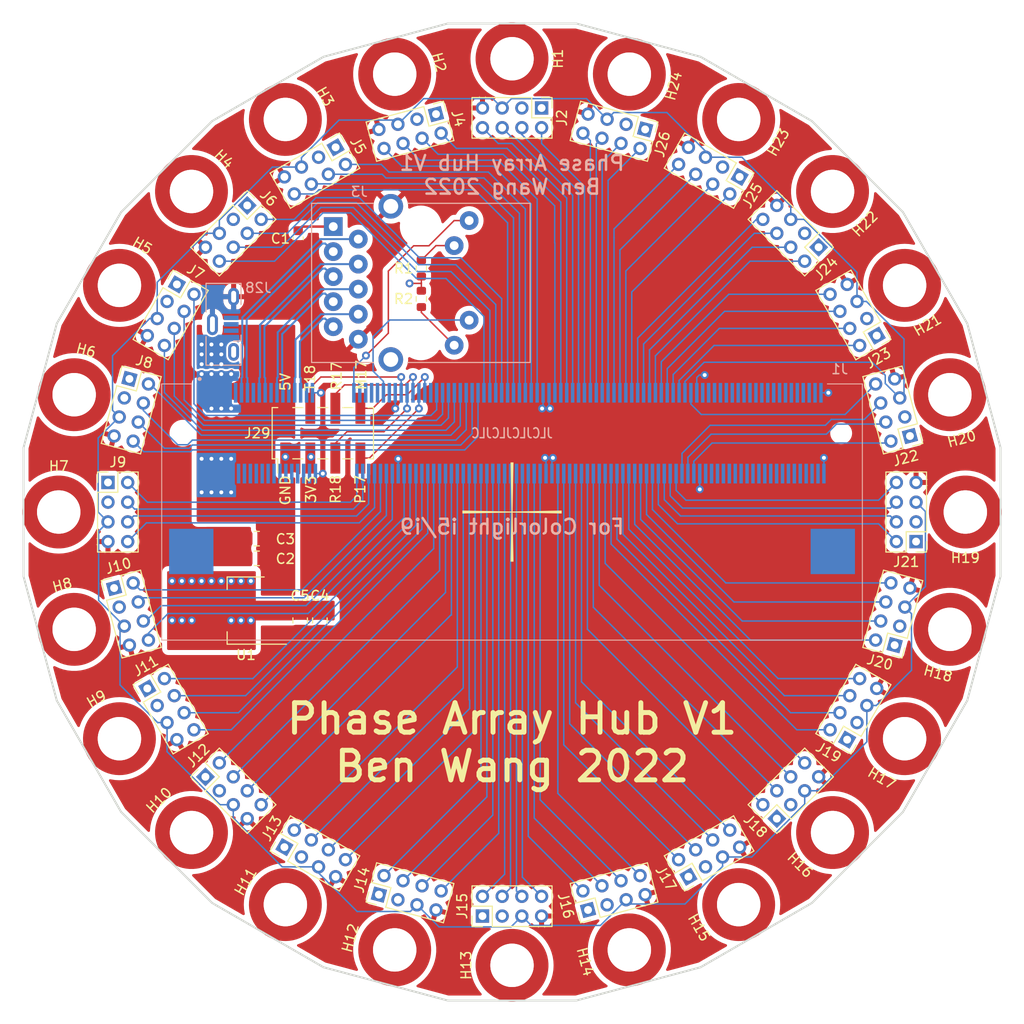
<source format=kicad_pcb>
(kicad_pcb (version 20211014) (generator pcbnew)
  (layers (0 "F.Cu" signal) (1 "In1.Cu" signal) (2 "In2.Cu" signal) (31 "B.Cu" signal) (34 "B.Paste" user) (35 "F.Paste" user) (36 "B.SilkS" user "B.Silkscreen") (37 "F.SilkS" user "F.Silkscreen") (38 "B.Mask" user) (39 "F.Mask" user) (44 "Edge.Cuts" user))
  (net 0 "")
  (net 1 "GND")
  (net 2 "+5V")
  (net 5 "/ethernet/ETH_1+")
  (net 7 "/ethernet/ETH_1-")
  (net 11 "/ethernet/ETH_2+")
  (net 13 "/ethernet/ETH_2-")
  (net 17 "/ethernet/ETH_3+")
  (net 19 "/ethernet/ETH_3-")
  (net 23 "/ethernet/ETH_4+")
  (net 25 "/ethernet/ETH_4-")
  (net 57 "Net-(C1-Pad1)")
  (net 58 "+3.3V")
  (net 59 "/G_LED")
  (net 60 "/Y_LED")
  (net 61 "Net-(J3-PadL1)")
  (net 62 "Net-(J3-PadL3)")
  (net 63 "/channel2/CH1_2")
  (net 64 "/channel2/CH3_4")
  (net 65 "/channel2/CH5_6")
  (net 66 "/channel2/CH7_8")
  (net 67 "/channel1/CH1_2")
  (net 68 "/channel1/CH3_4")
  (net 69 "/channel1/CH5_6")
  (net 70 "/channel1/CH7_8")
  (net 71 "/channel3/CH5_6")
  (net 72 "/channel3/CH7_8")
  (net 73 "/channel3/CH3_4")
  (net 74 "/channel3/CH1_2")
  (net 75 "/channel4/CH5_6")
  (net 76 "/channel4/CH7_8")
  (net 77 "/channel4/CH3_4")
  (net 78 "/channel4/CH1_2")
  (net 79 "/channel5/CH5_6")
  (net 80 "/channel5/CH7_8")
  (net 81 "/channel5/CH3_4")
  (net 82 "/channel5/CH1_2")
  (net 83 "/channel6/CH5_6")
  (net 84 "/channel6/CH7_8")
  (net 85 "/channel6/CH3_4")
  (net 86 "/channel6/CH1_2")
  (net 87 "/channel7/CH5_6")
  (net 88 "/channel7/CH7_8")
  (net 89 "/channel7/CH3_4")
  (net 90 "/channel7/CH1_2")
  (net 91 "/channel8/CH5_6")
  (net 92 "/channel8/CH7_8")
  (net 93 "/channel8/CH3_4")
  (net 94 "/channel8/CH1_2")
  (net 95 "/channel9/CH5_6")
  (net 96 "/channel9/CH7_8")
  (net 97 "/channel9/CH3_4")
  (net 98 "/channel9/CH1_2")
  (net 99 "/channel10/CH5_6")
  (net 100 "/channel10/CH7_8")
  (net 101 "/channel10/CH3_4")
  (net 102 "/channel10/CH1_2")
  (net 103 "/channel11/CH5_6")
  (net 104 "/channel11/CH7_8")
  (net 105 "/channel11/CH3_4")
  (net 106 "/channel11/CH1_2")
  (net 107 "/channel12/CH5_6")
  (net 108 "/channel12/CH7_8")
  (net 109 "/channel12/CH3_4")
  (net 110 "/channel12/CH1_2")
  (net 111 "/channel13/CH5_6")
  (net 112 "/channel13/CH7_8")
  (net 113 "/channel13/CH3_4")
  (net 114 "/channel13/CH1_2")
  (net 115 "/channel14/CH5_6")
  (net 116 "/channel14/CH7_8")
  (net 117 "/channel14/CH3_4")
  (net 118 "/channel14/CH1_2")
  (net 119 "/channel15/CH5_6")
  (net 120 "/channel15/CH7_8")
  (net 121 "/channel15/CH3_4")
  (net 122 "/channel15/CH1_2")
  (net 123 "/channel16/CH5_6")
  (net 124 "/channel16/CH7_8")
  (net 125 "/channel16/CH3_4")
  (net 126 "/channel16/CH1_2")
  (net 127 "/channel17/CH5_6")
  (net 128 "/channel17/CH7_8")
  (net 129 "/channel17/CH3_4")
  (net 130 "/channel17/CH1_2")
  (net 131 "/channel18/CH5_6")
  (net 132 "/channel18/CH7_8")
  (net 133 "/channel18/CH3_4")
  (net 134 "/channel18/CH1_2")
  (net 135 "/channel19/CH5_6")
  (net 136 "/channel19/CH7_8")
  (net 137 "/channel19/CH3_4")
  (net 138 "/channel19/CH1_2")
  (net 139 "/channel20/CH5_6")
  (net 140 "/channel20/CH7_8")
  (net 141 "/channel20/CH3_4")
  (net 142 "/channel20/CH1_2")
  (net 143 "/channel21/CH5_6")
  (net 144 "/channel21/CH7_8")
  (net 145 "/channel21/CH3_4")
  (net 146 "/channel21/CH1_2")
  (net 147 "/channel22/CH5_6")
  (net 148 "/channel22/CH7_8")
  (net 149 "/channel22/CH3_4")
  (net 150 "/channel22/CH1_2")
  (net 151 "/channel23/CH5_6")
  (net 152 "/channel23/CH7_8")
  (net 153 "/channel23/CH3_4")
  (net 154 "/channel23/CH1_2")
  (net 155 "/channel24/CH5_6")
  (net 156 "/channel24/CH7_8")
  (net 157 "/channel24/CH3_4")
  (net 158 "/channel24/CH1_2")
  (net 174 "CLK")
  (net 175 "/DBG_1")
  (net 176 "/DBG_2")
  (net 177 "/DBG_3")
  (net 178 "/DBG_4")
  (net 181 "/DBG_5")
  (net 182 "/DBG_6")
  (footprint "Connector_PinHeader_2.00mm:PinHeader_2x04_P2.00mm_Vertical" (layer "F.Cu") (at -37.007042 17.901924 30)
    (fp_text reference "J11")
    (fp_text value "Conn_02x03_Counter_Clockwise")
  )
  (footprint "Mounting_Wuerth:Mounting_Wuerth_WA-SMSI-M3_H8mm_9774080360" (layer "F.Cu") (at -46 0)
    (fp_text reference "H7")
    (fp_text value "MountingHole")
  )
  (footprint "Mounting_Wuerth:Mounting_Wuerth_WA-SMSI-M3_H8mm_9774080360" (layer "F.Cu") (at 23 39.837169 120)
    (fp_text reference "H15")
    (fp_text value "MountingHole")
  )
  (footprint "Connector_PinHeader_2.00mm:PinHeader_2x04_P2.00mm_Vertical" (layer "F.Cu") (at -40.379416 7.713803 15)
    (fp_text reference "J10")
    (fp_text value "Conn_02x03_Counter_Clockwise")
  )
  (footprint "Connector_PinHeader_2.00mm:PinHeader_2x04_P2.00mm_Vertical" (layer "F.Cu") (at -23.098076 34.007042 60)
    (fp_text reference "J13")
    (fp_text value "Conn_02x03_Counter_Clockwise")
  )
  (footprint "Capacitor_SMD:C_0603_1608Metric" (layer "F.Cu") (at -21.7 -27.775 -90)
    (fp_text reference "C1")
    (fp_text value "0.1uF")
  )
  (footprint "Mounting_Wuerth:Mounting_Wuerth_WA-SMSI-M3_H8mm_9774080360" (layer "F.Cu") (at -39.837169 23 30)
    (fp_text reference "H9")
    (fp_text value "MountingHole")
  )
  (footprint "Mounting_Wuerth:Mounting_Wuerth_WA-SMSI-M3_H8mm_9774080360" (layer "F.Cu") (at 0 -46 -90)
    (fp_text reference "H1")
    (fp_text value "MountingHole")
  )
  (footprint "Connector_PinHeader_2.00mm:PinHeader_2x04_P2.00mm_Vertical" (layer "F.Cu") (at 40.379416 -7.713803 -165)
    (fp_text reference "J22")
    (fp_text value "Conn_02x03_Counter_Clockwise")
  )
  (footprint "Capacitor_SMD:C_0805_2012Metric" (layer "F.Cu") (at -21.5 11 -90)
    (fp_text reference "C5")
    (fp_text value "22uF")
  )
  (footprint "Mounting_Wuerth:Mounting_Wuerth_WA-SMSI-M3_H8mm_9774080360" (layer "F.Cu") (at -32.526912 32.526912 45)
    (fp_text reference "H10")
    (fp_text value "MountingHole")
  )
  (footprint "Connector_PinHeader_2.00mm:PinHeader_2x04_P2.00mm_Vertical" (layer "F.Cu") (at 31.112698 -26.870058 -135)
    (fp_text reference "J24")
    (fp_text value "Conn_02x03_Counter_Clockwise")
  )
  (footprint "Connector_PinHeader_2.00mm:PinHeader_2x04_P2.00mm_Vertical" (layer "F.Cu") (at 41 3 180)
    (fp_text reference "J21")
    (fp_text value "Conn_02x03_Counter_Clockwise")
  )
  (footprint "Package_TO_SOT_SMD:SOT-223-3_TabPin2" (layer "F.Cu") (at -27 10 180)
    (fp_text reference "U1")
    (fp_text value "AMS1117-3.3")
  )
  (footprint "Connector_PinHeader_2.00mm:PinHeader_2x04_P2.00mm_Vertical" (layer "F.Cu") (at -31.112698 26.870058 45)
    (fp_text reference "J12")
    (fp_text value "Conn_02x03_Counter_Clockwise")
  )
  (footprint "Connector_PinHeader_2.00mm:PinHeader_2x04_P2.00mm_Vertical" (layer "F.Cu") (at 34.007042 23.098076 150)
    (fp_text reference "J19")
    (fp_text value "Conn_02x03_Counter_Clockwise")
  )
  (footprint "Connector_PinHeader_2.00mm:PinHeader_2x04_P2.00mm_Vertical" (layer "F.Cu") (at 13.509358 -38.826502 -105)
    (fp_text reference "J26")
    (fp_text value "Conn_02x03_Counter_Clockwise")
  )
  (footprint "Connector_PinHeader_2.00mm:PinHeader_2x04_P2.00mm_Vertical" (layer "F.Cu") (at 3 -41 -90)
    (fp_text reference "J2")
    (fp_text value "Conn_02x03_Counter_Clockwise")
  )
  (footprint "Mounting_Wuerth:Mounting_Wuerth_WA-SMSI-M3_H8mm_9774080360" (layer "F.Cu") (at 0 46 90)
    (fp_text reference "H13")
    (fp_text value "MountingHole")
  )
  (footprint "Connector_PinHeader_2.00mm:PinHeader_2x04_P2.00mm_Vertical" (layer "F.Cu") (at -17.901924 -37.007042 -60)
    (fp_text reference "J5")
    (fp_text value "Conn_02x03_Counter_Clockwise")
  )
  (footprint "Mounting_Wuerth:Mounting_Wuerth_WA-SMSI-M3_H8mm_9774080360" (layer "F.Cu") (at 39.837169 23 150)
    (fp_text reference "H17")
    (fp_text value "MountingHole")
  )
  (footprint "Connector_PinHeader_2.00mm:PinHeader_2x04_P2.00mm_Vertical" (layer "F.Cu") (at 26.870058 31.112698 135)
    (fp_text reference "J18")
    (fp_text value "Conn_02x03_Counter_Clockwise")
  )
  (footprint "Connector_PinHeader_2.00mm:PinHeader_2x04_P2.00mm_Vertical" (layer "F.Cu") (at -38.826502 -13.509358 -15)
    (fp_text reference "J8")
    (fp_text value "Conn_02x03_Counter_Clockwise")
  )
  (footprint "Mounting_Wuerth:Mounting_Wuerth_WA-SMSI-M3_H8mm_9774080360" (layer "F.Cu") (at 32.526912 -32.526912 -135)
    (fp_text reference "H22")
    (fp_text value "MountingHole")
  )
  (footprint "Mounting_Wuerth:Mounting_Wuerth_WA-SMSI-M3_H8mm_9774080360" (layer "F.Cu") (at 11.905676 -44.432588 -105)
    (fp_text reference "H24")
    (fp_text value "MountingHole")
  )
  (footprint "Capacitor_SMD:C_0805_2012Metric" (layer "F.Cu") (at -19.5 11 -90)
    (fp_text reference "C4")
    (fp_text value "22uF")
  )
  (footprint "Connector_PinHeader_2.00mm:PinHeader_2x04_P2.00mm_Vertical" (layer "F.Cu") (at -41 -3)
    (fp_text reference "J9")
    (fp_text value "Conn_02x03_Counter_Clockwise")
  )
  (footprint "Mounting_Wuerth:Mounting_Wuerth_WA-SMSI-M3_H8mm_9774080360" (layer "F.Cu") (at 23 -39.837169 -120)
    (fp_text reference "H23")
    (fp_text value "MountingHole")
  )
  (footprint "Connector_PinHeader_2.00mm:PinHeader_2x04_P2.00mm_Vertical" (layer "F.Cu") (at 38.826502 13.509358 165)
    (fp_text reference "J20")
    (fp_text value "Conn_02x03_Counter_Clockwise")
  )
  (footprint "Mounting_Wuerth:Mounting_Wuerth_WA-SMSI-M3_H8mm_9774080360" (layer "F.Cu") (at 44.432588 11.905676 165)
    (fp_text reference "H18")
    (fp_text value "MountingHole")
  )
  (footprint "Resistor_SMD:R_0603_1608Metric" (layer "F.Cu") (at -9.2 -24.725 90)
    (fp_text reference "R1")
    (fp_text value "10K")
  )
  (footprint "Mounting_Wuerth:Mounting_Wuerth_WA-SMSI-M3_H8mm_9774080360" (layer "F.Cu") (at -44.432588 11.905676 15)
    (fp_text reference "H8")
    (fp_text value "MountingHole")
  )
  (footprint "Connector_PinHeader_2.00mm:PinHeader_2x04_P2.00mm_Vertical" (layer "F.Cu") (at -3 41 90)
    (fp_text reference "J15")
    (fp_text value "Conn_02x03_Counter_Clockwise")
  )
  (footprint "Mounting_Wuerth:Mounting_Wuerth_WA-SMSI-M3_H8mm_9774080360" (layer "F.Cu") (at -44.432588 -11.905676 -15)
    (fp_text reference "H6")
    (fp_text value "MountingHole")
  )
  (footprint "Connector_PinHeader_2.00mm:PinHeader_2x04_P2.00mm_Vertical" (layer "F.Cu") (at -7.713803 -40.379416 -75)
    (fp_text reference "J4")
    (fp_text value "Conn_02x03_Counter_Clockwise")
  )
  (footprint "Mounting_Wuerth:Mounting_Wuerth_WA-SMSI-M3_H8mm_9774080360" (layer "F.Cu") (at 11.905676 44.432588 105)
    (fp_text reference "H14")
    (fp_text value "MountingHole")
  )
  (footprint "Mounting_Wuerth:Mounting_Wuerth_WA-SMSI-M3_H8mm_9774080360" (layer "F.Cu") (at -11.905676 44.432588 75)
    (fp_text reference "H12")
    (fp_text value "MountingHole")
  )
  (footprint "Mounting_Wuerth:Mounting_Wuerth_WA-SMSI-M3_H8mm_9774080360" (layer "F.Cu") (at -39.837169 -23 -30)
    (fp_text reference "H5")
    (fp_text value "MountingHole")
  )
  (footprint "Connector_PinHeader_2.00mm:PinHeader_2x04_P2.00mm_Vertical" (layer "F.Cu") (at 7.713803 40.379416 105)
    (fp_text reference "J16")
    (fp_text value "Conn_02x03_Counter_Clockwise")
  )
  (footprint "Capacitor_SMD:C_0805_2012Metric" (layer "F.Cu") (at -25.9 4.7 180)
    (fp_text reference "C2")
    (fp_text value "22uF")
  )
  (footprint "Mounting_Wuerth:Mounting_Wuerth_WA-SMSI-M3_H8mm_9774080360" (layer "F.Cu") (at 39.837169 -23 -150)
    (fp_text reference "H21")
    (fp_text value "MountingHole")
  )
  (footprint "Mounting_Wuerth:Mounting_Wuerth_WA-SMSI-M3_H8mm_9774080360" (layer "F.Cu") (at -23 39.837169 60)
    (fp_text reference "H11")
    (fp_text value "MountingHole")
  )
  (footprint "Mounting_Wuerth:Mounting_Wuerth_WA-SMSI-M3_H8mm_9774080360" (layer "F.Cu") (at -11.905676 -44.432588 -75)
    (fp_text reference "H2")
    (fp_text value "MountingHole")
  )
  (footprint "Capacitor_SMD:C_0805_2012Metric" (layer "F.Cu") (at -25.9 2.7 180)
    (fp_text reference "C3")
    (fp_text value "22uF")
  )
  (footprint "Connector_PinHeader_2.54mm:PinHeader_2x04_P2.54mm_Vertical_SMD" (layer "F.Cu") (at -19.2 -8 90)
    (fp_text reference "J29")
    (fp_text value "Conn_02x03_Counter_Clockwise")
  )
  (footprint "Connector_PinHeader_2.00mm:PinHeader_2x04_P2.00mm_Vertical" (layer "F.Cu") (at -26.870058 -31.112698 -45)
    (fp_text reference "J6")
    (fp_text value "Conn_02x03_Counter_Clockwise")
  )
  (footprint "Connector_PinHeader_2.00mm:PinHeader_2x04_P2.00mm_Vertical" (layer "F.Cu") (at 23.098076 -34.007042 -120)
    (fp_text reference "J25")
    (fp_text value "Conn_02x03_Counter_Clockwise")
  )
  (footprint "Resistor_SMD:R_0603_1608Metric" (layer "F.Cu") (at -9.2 -21.625 -90)
    (fp_text reference "R2")
    (fp_text value "10K")
  )
  (footprint "Connector_PinHeader_2.00mm:PinHeader_2x04_P2.00mm_Vertical" (layer "F.Cu") (at 37.007042 -17.901924 -150)
    (fp_text reference "J23")
    (fp_text value "Conn_02x03_Counter_Clockwise")
  )
  (footprint "Connector_PinHeader_2.00mm:PinHeader_2x04_P2.00mm_Vertical" (layer "F.Cu") (at -13.509358 38.826502 75)
    (fp_text reference "J14")
    (fp_text value "Conn_02x03_Counter_Clockwise")
  )
  (footprint "Connector_PinHeader_2.00mm:PinHeader_2x04_P2.00mm_Vertical" (layer "F.Cu") (at -34.007042 -23.098076 -30)
    (fp_text reference "J7")
    (fp_text value "Conn_02x03_Counter_Clockwise")
  )
  (footprint "Connector_PinHeader_2.00mm:PinHeader_2x04_P2.00mm_Vertical" (layer "F.Cu") (at 17.901924 37.007042 120)
    (fp_text reference "J17")
    (fp_text value "Conn_02x03_Counter_Clockwise")
  )
  (footprint "Mounting_Wuerth:Mounting_Wuerth_WA-SMSI-M3_H8mm_9774080360" (layer "F.Cu") (at -32.526912 -32.526912 -45)
    (fp_text reference "H4")
    (fp_text value "MountingHole")
  )
  (footprint "Mounting_Wuerth:Mounting_Wuerth_WA-SMSI-M3_H8mm_9774080360" (layer "F.Cu") (at 44.432588 -11.905676 -165)
    (fp_text reference "H20")
    (fp_text value "MountingHole")
  )
  (footprint "Mounting_Wuerth:Mounting_Wuerth_WA-SMSI-M3_H8mm_9774080360" (layer "F.Cu") (at 32.526912 32.526912 135)
    (fp_text reference "H16")
    (fp_text value "MountingHole")
  )
  (footprint "Mounting_Wuerth:Mounting_Wuerth_WA-SMSI-M3_H8mm_9774080360" (layer "F.Cu") (at -23 -39.837169 -60)
    (fp_text reference "H3")
    (fp_text value "MountingHole")
  )
  (footprint "Mounting_Wuerth:Mounting_Wuerth_WA-SMSI-M3_H8mm_9774080360" (layer "F.Cu") (at 46 0 180)
    (fp_text reference "H19")
    (fp_text value "MountingHole")
  )
  (footprint "Connector_RJ:RJ45_UDE_RB1-125B8G1A" (layer "B.Cu") (at -18.14 -28.965 -90)
    (fp_text reference "J3")
    (fp_text value "RB1-125B8G1A")
  )
  (footprint "1473005-4:14730054" (layer "B.Cu") (at 0 0 180)
    (fp_text reference "J1")
    (fp_text value "SODIMM-200_Split" hide)
  )
  (footprint "Connector_USB:USB_Micro-B_Molex-105133-0001" (layer "B.Cu") (at -29.325 -19.05 90)
    (fp_text reference "J28")
    (fp_text value "USB_B_Micro")
  )
  (gr_line (start -5 -0.1) (end 5 0.1) (layer "F.SilkS") (width 0.1))
  (gr_line (start 0 5) (end 0 -5) (layer "F.SilkS") (width 0.1))
  (gr_line (start -5 0.1) (end 5 -0.1) (layer "F.SilkS") (width 0.1))
  (gr_line (start -5 0) (end 5 0) (layer "F.SilkS") (width 0.1))
  (gr_line (start -0.1 5) (end 0.1 -5) (layer "F.SilkS") (width 0.1))
  (gr_line (start 0.1 5) (end -0.1 -5) (layer "F.SilkS") (width 0.1))
  (gr_line (start 30.438071 -39.667667) (end 19.134172 -46.193977) (layer "Edge.Cuts") (width 0.2))
  (gr_line (start 19.134172 46.193977) (end 30.438071 39.667667) (layer "Edge.Cuts") (width 0.2))
  (gr_line (start -46.193977 -19.134172) (end -49.572243 -6.52631) (layer "Edge.Cuts") (width 0.2))
  (gr_line (start -30.438071 -39.667667) (end -39.667667 -30.438071) (layer "Edge.Cuts") (width 0.2))
  (gr_line (start 19.134172 -46.193977) (end 6.52631 -49.572243) (layer "Edge.Cuts") (width 0.2))
  (gr_line (start -6.52631 49.572243) (end 6.52631 49.572243) (layer "Edge.Cuts") (width 0.2))
  (gr_line (start -6.52631 -49.572243) (end -19.134172 -46.193977) (layer "Edge.Cuts") (width 0.2))
  (gr_line (start -39.667667 30.438071) (end -30.438071 39.667667) (layer "Edge.Cuts") (width 0.2))
  (gr_line (start 46.193977 19.134172) (end 49.572243 6.52631) (layer "Edge.Cuts") (width 0.2))
  (gr_line (start -19.134172 -46.193977) (end -30.438071 -39.667667) (layer "Edge.Cuts") (width 0.2))
  (gr_line (start -46.193977 19.134172) (end -39.667667 30.438071) (layer "Edge.Cuts") (width 0.2))
  (gr_line (start -30.438071 39.667667) (end -19.134172 46.193977) (layer "Edge.Cuts") (width 0.2))
  (gr_line (start 6.52631 -49.572243) (end -6.52631 -49.572243) (layer "Edge.Cuts") (width 0.2))
  (gr_line (start 39.667667 30.438071) (end 46.193977 19.134172) (layer "Edge.Cuts") (width 0.2))
  (gr_line (start 49.572243 -6.52631) (end 46.193977 -19.134172) (layer "Edge.Cuts") (width 0.2))
  (gr_line (start -49.572243 6.52631) (end -46.193977 19.134172) (layer "Edge.Cuts") (width 0.2))
  (gr_line (start 6.52631 49.572243) (end 19.134172 46.193977) (layer "Edge.Cuts") (width 0.2))
  (gr_line (start -49.572243 -6.52631) (end -49.572243 6.52631) (layer "Edge.Cuts") (width 0.2))
  (gr_line (start 49.572243 6.52631) (end 49.572243 -6.52631) (layer "Edge.Cuts") (width 0.2))
  (gr_line (start -19.134172 46.193977) (end -6.52631 49.572243) (layer "Edge.Cuts") (width 0.2))
  (gr_line (start -39.667667 -30.438071) (end -46.193977 -19.134172) (layer "Edge.Cuts") (width 0.2))
  (gr_line (start 30.438071 39.667667) (end 39.667667 30.438071) (layer "Edge.Cuts") (width 0.2))
  (gr_line (start 39.667667 -30.438071) (end 30.438071 -39.667667) (layer "Edge.Cuts") (width 0.2))
  (gr_line (start 46.193977 -19.134172) (end 39.667667 -30.438071) (layer "Edge.Cuts") (width 0.2))
  (gr_text "Phase Array Hub V1\nBen Wang 2022\n" (at 0 -34.2) (layer "B.SilkS") (effects (font (size 1.5 1.5) (thickness 0.25)) (justify mirror)))
  (gr_text "JLCJLCJLCJLC" (at 0 -8) (layer "B.SilkS") (effects (font (size 1 0.8)) (justify mirror)))
  (gr_text "For Colorlight i5/i9" (at 0 1.5) (layer "B.SilkS") (effects (font (size 1.5 1.5) (thickness 0.25)) (justify mirror)))
  (gr_text "5V" (at -23 -13.2 90) (layer "F.SilkS") (effects (font (size 1 1))))
  (gr_text "R17" (at -17.8 -13.8 90) (layer "F.SilkS") (effects (font (size 1 1))))
  (gr_text "R18" (at -17.9 -2.3 90) (layer "F.SilkS") (effects (font (size 1 1))))
  (gr_text "M17" (at -15.3 -13.9 90) (layer "F.SilkS") (effects (font (size 1 1))))
  (gr_text "3V3" (at -20.4 -2.3 90) (layer "F.SilkS") (effects (font (size 1 1))))
  (gr_text "P17" (at -15.4 -2.3 90) (layer "F.SilkS") (effects (font (size 1 1))))
  (gr_text "GND" (at -23 -2.2 90) (layer "F.SilkS") (effects (font (size 1 1))))
  (gr_text "Phase Array Hub V1\nBen Wang 2022\n" (at 0 23.4) (layer "F.SilkS") (effects (font (size 3 3) (thickness 0.5))))
  (gr_text "T18" (at -20.5 -13.6 90) (layer "F.SilkS") (effects (font (size 1 1))))
  (segment (start -23.01 -5.475) (end -23.01 -5.59) (width 0.15) (layer "F.Cu") (net 1))
  (segment (start -23.01 -5.59) (end -23 -5.6) (width 0.15) (layer "F.Cu") (net 1))
  (via (at 19.55 -13.9) (size 0.8) (drill 0.4) (layers "F.Cu" "B.Cu") (net 1))
  (via (at 31.65 -5.5) (size 0.8) (drill 0.4) (layers "F.Cu" "B.Cu") (net 1))
  (via (at -11.85 -10.5) (size 0.8) (drill 0.4) (layers "F.Cu" "B.Cu") (net 1))
  (via (at -28.5 -10.5) (size 0.8) (drill 0.4) (layers "F.Cu" "B.Cu") (net 1))
  (via (at 4.15 -5.5) (size 0.8) (drill 0.4) (layers "F.Cu" "B.Cu") (net 1))
  (via (at 3.35 -5.5) (size 0.8) (drill 0.4) (layers "F.Cu" "B.Cu") (net 1))
  (via (at -29.5 -14) (size 0.8) (drill 0.4) (layers "F.Cu" "B.Cu") (net 1))
  (via (at 3.05 -10.5) (size 0.8) (drill 0.4) (layers "F.Cu" "B.Cu") (net 1))
  (via (at 32.1 -12.1) (size 0.8) (drill 0.4) (layers "F.Cu" "B.Cu") (net 1))
  (via (at -19.4 -12.1) (size 0.8) (drill 0.4) (layers "F.Cu" "B.Cu") (net 1))
  (via (at 3.85 -10.5) (size 0.8) (drill 0.4) (layers "F.Cu" "B.Cu") (net 1))
  (via (at -31.5 -14) (size 0.8) (drill 0.4) (layers "F.Cu" "B.Cu") (net 1))
  (via (at -29.5 -10.5) (size 0.8) (drill 0.4) (layers "F.Cu" "B.Cu") (net 1))
  (via (at -28.5 -14) (size 0.8) (drill 0.4) (layers "F.Cu" "B.Cu") (net 1))
  (via (at -11.55 -5.4) (size 0.8) (drill 0.4) (layers "F.Cu" "B.Cu") (net 1))
  (via (at -30.5 -14) (size 0.8) (drill 0.4) (layers "F.Cu" "B.Cu") (net 1))
  (via (at -19.2 -3.9) (size 0.8) (drill 0.4) (layers "F.Cu" "B.Cu") (net 1))
  (via (at -30.5 -10.5) (size 0.8) (drill 0.4) (layers "F.Cu" "B.Cu") (net 1))
  (via (at 19.05 -2.3) (size 0.8) (drill 0.4) (layers "F.Cu" "B.Cu") (net 1))
  (via (at -23 -5.6) (size 0.8) (drill 0.4) (layers "F.Cu" "B.Cu") (net 1))
  (segment (start 18.75 -12.1) (end 18.75 -13.65) (width 0.15) (layer "B.Cu") (net 1))
  (segment (start 19.05 -3.9) (end 19.05 -2.3) (width 0.15) (layer "B.Cu") (net 1))
  (segment (start 4.05 -3.9) (end 4.05 -5.5) (width 0.15) (layer "B.Cu") (net 1))
  (segment (start -11.85 -12.1) (end -11.85 -10.5) (width 0.15) (layer "B.Cu") (net 1))
  (segment (start 19 -13.9) (end 19.55 -13.9) (width 0.15) (layer "B.Cu") (net 1))
  (segment (start -19.95 -3.9) (end -19.2 -3.9) (width 0.15) (layer "B.Cu") (net 1))
  (segment (start -20.25 -12.1) (end -19.4 -12.1) (width 0.15) (layer "B.Cu") (net 1))
  (segment (start 3.45 -3.9) (end 3.45 -5.5) (width 0.15) (layer "B.Cu") (net 1))
  (segment (start 31.35 -12.1) (end 32.1 -12.1) (width 0.15) (layer "B.Cu") (net 1))
  (segment (start 18.75 -13.65) (end 18.85 -13.75) (width 0.15) (layer "B.Cu") (net 1))
  (segment (start -11.55 -3.9) (end -11.55 -5.4) (width 0.15) (layer "B.Cu") (net 1))
  (segment (start 3.15 -12.1) (end 3.15 -10.5) (width 0.15) (layer "B.Cu") (net 1))
  (segment (start 31.65 -3.9) (end 31.65 -5.5) (width 0.15) (layer "B.Cu") (net 1))
  (segment (start 18.85 -13.75) (end 19 -13.9) (width 0.15) (layer "B.Cu") (net 1))
  (segment (start 3.75 -12.1) (end 3.75 -10.5) (width 0.15) (layer "B.Cu") (net 1))
  (via (at -29.5 -15) (size 0.8) (drill 0.4) (layers "F.Cu" "B.Cu") (net 2))
  (via (at -28.5 -2) (size 0.8) (drill 0.4) (layers "F.Cu" "B.Cu") (net 2))
  (via (at -29.5 -16) (size 0.8) (drill 0.4) (layers "F.Cu" "B.Cu") (net 2))
  (via (at -30.5 -16) (size 0.8) (drill 0.4) (layers "F.Cu" "B.Cu") (net 2))
  (via (at -31.5 -5.4) (size 0.8) (drill 0.4) (layers "F.Cu" "B.Cu") (net 2))
  (via (at -31.5 -17) (size 0.8) (drill 0.4) (layers "F.Cu" "B.Cu") (net 2))
  (via (at -31.5 -2) (size 0.8) (drill 0.4) (layers "F.Cu" "B.Cu") (net 2))
  (via (at -30.5 -15) (size 0.8) (drill 0.4) (layers "F.Cu" "B.Cu") (net 2))
  (via (at -30.5 -2) (size 0.8) (drill 0.4) (layers "F.Cu" "B.Cu") (net 2))
  (via (at -31.5 -15) (size 0.8) (drill 0.4) (layers "F.Cu" "B.Cu") (net 2))
  (via (at -29.5 -17) (size 0.8) (drill 0.4) (layers "F.Cu" "B.Cu") (net 2))
  (via (at -31.5 -16) (size 0.8) (drill 0.4) (layers "F.Cu" "B.Cu") (net 2))
  (via (at -30.5 -5.4) (size 0.8) (drill 0.4) (layers "F.Cu" "B.Cu") (net 2))
  (via (at -30.5 -17) (size 0.8) (drill 0.4) (layers "F.Cu" "B.Cu") (net 2))
  (via (at -29.5 -2) (size 0.8) (drill 0.4) (layers "F.Cu" "B.Cu") (net 2))
  (via (at -29.5 -5.4) (size 0.8) (drill 0.4) (layers "F.Cu" "B.Cu") (net 2))
  (via (at -28.5 -5.4) (size 0.8) (drill 0.4) (layers "F.Cu" "B.Cu") (net 2))
  (segment (start -27.375 -19.7432) (end -27.375 -13.675001) (width 0.2) (layer "B.Cu") (net 5))
  (segment (start -19.4232 -27.695) (end -27.375 -19.7432) (width 0.2) (layer "B.Cu") (net 5))
  (segment (start -15.6 -27.695) (end -19.4232 -27.695) (width 0.2) (layer "B.Cu") (net 5))
  (segment (start -27.45 -13.600001) (end -27.45 -12.1) (width 0.2) (layer "B.Cu") (net 5))
  (segment (start -27.375 -13.675001) (end -27.45 -13.600001) (width 0.2) (layer "B.Cu") (net 5))
  (segment (start -18.959999 -27.244999) (end -19.236801 -27.244999) (width 0.2) (layer "B.Cu") (net 7))
  (segment (start -26.925 -19.5568) (end -26.925 -13.675001) (width 0.2) (layer "B.Cu") (net 7))
  (segment (start -18.14 -26.425) (end -18.959999 -27.244999) (width 0.2) (layer "B.Cu") (net 7))
  (segment (start -26.925 -13.675001) (end -26.85 -13.600001) (width 0.2) (layer "B.Cu") (net 7))
  (segment (start -26.85 -13.600001) (end -26.85 -12.1) (width 0.2) (layer "B.Cu") (net 7))
  (segment (start -19.236801 -27.244999) (end -26.925 -19.5568) (width 0.2) (layer "B.Cu") (net 7))
  (segment (start -25.65 -13.600001) (end -25.65 -12.1) (width 0.2) (layer "B.Cu") (net 11))
  (segment (start -25.575 -18.9932) (end -25.575 -13.675001) (width 0.2) (layer "B.Cu") (net 11))
  (segment (start -25.575 -13.675001) (end -25.65 -13.600001) (width 0.2) (layer "B.Cu") (net 11))
  (segment (start -15.6 -25.155) (end -19.4132 -25.155) (width 0.2) (layer "B.Cu") (net 11))
  (segment (start -19.4132 -25.155) (end -25.575 -18.9932) (width 0.2) (layer "B.Cu") (net 11))
  (segment (start -25.125 -13.675001) (end -25.05 -13.600001) (width 0.2) (layer "B.Cu") (net 13))
  (segment (start -18.14 -23.885) (end -18.959999 -24.704999) (width 0.2) (layer "B.Cu") (net 13))
  (segment (start -25.125 -18.8068) (end -25.125 -13.675001) (width 0.2) (layer "B.Cu") (net 13))
  (segment (start -18.959999 -24.704999) (end -19.226801 -24.704999) (width 0.2) (layer "B.Cu") (net 13))
  (segment (start -19.226801 -24.704999) (end -25.125 -18.8068) (width 0.2) (layer "B.Cu") (net 13))
  (segment (start -25.05 -13.600001) (end -25.05 -12.1) (width 0.2) (layer "B.Cu") (net 13))
  (segment (start -23.85 -13.600001) (end -23.85 -12.1) (width 0.2) (layer "B.Cu") (net 17))
  (segment (start -19.4032 -22.615) (end -23.775 -18.2432) (width 0.2) (layer "B.Cu") (net 17))
  (segment (start -23.775 -13.675001) (end -23.85 -13.600001) (width 0.2) (layer "B.Cu") (net 17))
  (segment (start -23.775 -18.2432) (end -23.775 -13.675001) (width 0.2) (layer "B.Cu") (net 17))
  (segment (start -15.6 -22.615) (end -19.4032 -22.615) (width 0.2) (layer "B.Cu") (net 17))
  (segment (start -23.325 -13.675001) (end -23.25 -13.600001) (width 0.2) (layer "B.Cu") (net 19))
  (segment (start -18.14 -21.345) (end -18.959999 -22.164999) (width 0.2) (layer "B.Cu") (net 19))
  (segment (start -18.959999 -22.164999) (end -19.216801 -22.164999) (width 0.2) (layer "B.Cu") (net 19))
  (segment (start -23.325 -18.0568) (end -23.325 -13.675001) (width 0.2) (layer "B.Cu") (net 19))
  (segment (start -23.25 -13.600001) (end -23.25 -12.1) (width 0.2) (layer "B.Cu") (net 19))
  (segment (start -19.216801 -22.164999) (end -23.325 -18.0568) (width 0.2) (layer "B.Cu") (net 19))
  (segment (start -21.975 -17.4932) (end -21.975 -13.675001) (width 0.2) (layer "B.Cu") (net 23))
  (segment (start -21.975 -13.675001) (end -22.05 -13.600001) (width 0.2) (layer "B.Cu") (net 23))
  (segment (start -22.05 -13.600001) (end -22.05 -12.1) (width 0.2) (layer "B.Cu") (net 23))
  (segment (start -19.3932 -20.075) (end -21.975 -17.4932) (width 0.2) (layer "B.Cu") (net 23))
  (segment (start -15.6 -20.075) (end -19.3932 -20.075) (width 0.2) (layer "B.Cu") (net 23))
  (segment (start -21.45 -13.600001) (end -21.45 -12.1) (width 0.2) (layer "B.Cu") (net 25))
  (segment (start -21.525 -17.3068) (end -21.525 -13.675001) (width 0.2) (layer "B.Cu") (net 25))
  (segment (start -18.14 -18.805) (end -18.959999 -19.624999) (width 0.2) (layer "B.Cu") (net 25))
  (segment (start -19.206801 -19.624999) (end -21.525 -17.3068) (width 0.2) (layer "B.Cu") (net 25))
  (segment (start -21.525 -13.675001) (end -21.45 -13.600001) (width 0.2) (layer "B.Cu") (net 25))
  (segment (start -18.959999 -19.624999) (end -19.206801 -19.624999) (width 0.2) (layer "B.Cu") (net 25))
  (segment (start -21.31 -28.965) (end -18.14 -28.965) (width 0.25) (layer "F.Cu") (net 57))
  (segment (start -21.5 -28.775) (end -21.31 -28.965) (width 0.25) (layer "F.Cu") (net 57))
  (segment (start -9.2 -23.9) (end -9.2 -23.2) (width 0.15) (layer "F.Cu") (net 58))
  (segment (start -9.2 -23.2) (end -9.2 -22.45) (width 0.15) (layer "F.Cu") (net 58))
  (segment (start -9.2 -23.2) (end -10.4 -23.2) (width 0.15) (layer "F.Cu") (net 58))
  (via (at -30.5 7) (size 0.8) (drill 0.4) (layers "F.Cu" "B.Cu") (net 58))
  (via (at -33.5 7) (size 0.8) (drill 0.4) (layers "F.Cu" "B.Cu") (net 58))
  (via (at -34.5 7) (size 0.8) (drill 0.4) (layers "F.Cu" "B.Cu") (net 58))
  (via (at -20.4 -5.6) (size 0.8) (drill 0.4) (layers "F.Cu" "B.Cu") (net 58))
  (via (at -28.5 7) (size 0.8) (drill 0.4) (layers "F.Cu" "B.Cu") (net 58))
  (via (at -31.5 7) (size 0.8) (drill 0.4) (layers "F.Cu" "B.Cu") (net 58))
  (via (at -27.5 11) (size 0.8) (drill 0.4) (layers "F.Cu" "B.Cu") (net 58))
  (via (at -26.5 11) (size 0.8) (drill 0.4) (layers "F.Cu" "B.Cu") (net 58))
  (via (at -34.5 11) (size 0.8) (drill 0.4) (layers "F.Cu" "B.Cu") (net 58))
  (via (at -33.5 11) (size 0.8) (drill 0.4) (layers "F.Cu" "B.Cu") (net 58))
  (via (at -10.4 -23.2) (size 0.8) (drill 0.4) (layers "F.Cu" "B.Cu") (net 58))
  (via (at -32.5 7) (size 0.8) (drill 0.4) (layers "F.Cu" "B.Cu") (net 58))
  (via (at -27.5 7) (size 0.8) (drill 0.4) (layers "F.Cu" "B.Cu") (net 58))
  (via (at -29.5 7) (size 0.8) (drill 0.4) (layers "F.Cu" "B.Cu") (net 58))
  (via (at -32.5 11) (size 0.8) (drill 0.4) (layers "F.Cu" "B.Cu") (net 58))
  (via (at -26.5 7) (size 0.8) (drill 0.4) (layers "F.Cu" "B.Cu") (net 58))
  (via (at -28.5 11) (size 0.8) (drill 0.4) (layers "F.Cu" "B.Cu") (net 58))
  (segment (start -8.435001 -27.014999) (end -5.875 -29.575) (width 0.15) (layer "F.Cu") (net 59))
  (segment (start -12.55 -24.45) (end -9.985001 -27.014999) (width 0.15) (layer "F.Cu") (net 59))
  (segment (start -9.985001 -27.014999) (end -8.435001 -27.014999) (width 0.15) (layer "F.Cu") (net 59))
  (segment (start -14.825 -15.875) (end -12.55 -18.15) (width 0.15) (layer "F.Cu") (net 59))
  (segment (start -5.875 -29.575) (end -4.35 -29.575) (width 0.15) (layer "F.Cu") (net 59))
  (segment (start -12.55 -18.15) (end -12.55 -24.45) (width 0.15) (layer "F.Cu") (net 59))
  (via (at -14.825 -15.875) (size 0.8) (drill 0.4) (layers "F.Cu" "B.Cu") (net 59))
  (segment (start -16.05 -12.1) (end -16.05 -14.65) (width 0.15) (layer "B.Cu") (net 59))
  (segment (start -16.05 -14.65) (end -14.825 -15.875) (width 0.15) (layer "B.Cu") (net 59))
  (segment (start -13.05 -13.25) (end -14.1 -14.3) (width 0.15) (layer "B.Cu") (net 60))
  (segment (start -4.370001 -19.485001) (end -4.35 -19.465) (width 0.15) (layer "B.Cu") (net 60))
  (segment (start -13.05 -12.1) (end -13.05 -13.25) (width 0.15) (layer "B.Cu") (net 60))
  (segment (start -14.1 -14.3) (end -14.1 -17.8) (width 0.15) (layer "B.Cu") (net 60))
  (segment (start -14.1 -17.8) (end -12.414999 -19.485001) (width 0.15) (layer "B.Cu") (net 60))
  (segment (start -12.414999 -19.485001) (end -4.370001 -19.485001) (width 0.15) (layer "B.Cu") (net 60))
  (segment (start -9.2 -20.255) (end -5.87 -16.925) (width 0.15) (layer "F.Cu") (net 61))
  (segment (start -9.2 -20.8) (end -9.2 -20.255) (width 0.15) (layer "F.Cu") (net 61))
  (segment (start -9.2 -25.55) (end -7.715 -27.035) (width 0.15) (layer "F.Cu") (net 62))
  (segment (start -7.715 -27.035) (end -5.87 -27.035) (width 0.15) (layer "F.Cu") (net 62))
  (segment (start 4.95 -31.45) (end 4.95 -12.1) (width 0.15) (layer "B.Cu") (net 63))
  (segment (start -5.648601 -36.9) (end -0.5 -36.9) (width 0.15) (layer "B.Cu") (net 63))
  (segment (start -0.5 -36.9) (end 4.95 -31.45) (width 0.15) (layer "B.Cu") (net 63))
  (segment (start -7.196165 -38.447564) (end -5.648601 -36.9) (width 0.15) (layer "B.Cu") (net 63))
  (segment (start 4.325 -31.075) (end -0.9 -36.3) (width 0.15) (layer "B.Cu") (net 64))
  (segment (start 4.35 -12.1) (end 4.35 -27.3) (width 0.15) (layer "B.Cu") (net 64))
  (segment (start 4.325 -27.325) (end 4.325 -31.075) (width 0.15) (layer "B.Cu") (net 64))
  (segment (start -7.498091 -36.3) (end -9.128017 -37.929926) (width 0.15) (layer "B.Cu") (net 64))
  (segment (start -0.9 -36.3) (end -7.498091 -36.3) (width 0.15) (layer "B.Cu") (net 64))
  (segment (start 4.35 -27.3) (end 4.325 -27.325) (width 0.15) (layer "B.Cu") (net 64))
  (segment (start -9.34758 -35.7) (end -1.4 -35.7) (width 0.15) (layer "B.Cu") (net 65))
  (segment (start -1.4 -35.7) (end 2.55 -31.75) (width 0.15) (layer "B.Cu") (net 65))
  (segment (start 2.55 -31.75) (end 2.55 -12.1) (width 0.15) (layer "B.Cu") (net 65))
  (segment (start -11.059868 -37.412288) (end -9.34758 -35.7) (width 0.15) (layer "B.Cu") (net 65))
  (segment (start -11.19707 -35.1) (end -1.9 -35.1) (width 0.15) (layer "B.Cu") (net 66))
  (segment (start -1.9 -35.1) (end 1.95 -31.25) (width 0.15) (layer "B.Cu") (net 66))
  (segment (start 1.95 -31.25) (end 1.95 -12.1) (width 0.15) (layer "B.Cu") (net 66))
  (segment (start -12.99172 -36.89465) (end -11.19707 -35.1) (width 0.15) (layer "B.Cu") (net 66))
  (segment (start 3 -39) (end 3 -37.4) (width 0.15) (layer "B.Cu") (net 67))
  (segment (start 7.35 -33.05) (end 7.35 -12.1) (width 0.15) (layer "B.Cu") (net 67))
  (segment (start 3 -37.4) (end 7.35 -33.05) (width 0.15) (layer "B.Cu") (net 67))
  (segment (start 1 -39) (end 1 -38.3) (width 0.15) (layer "B.Cu") (net 68))
  (segment (start 6.75 -32.55) (end 6.75 -12.1) (width 0.15) (layer "B.Cu") (net 68))
  (segment (start 1 -38.3) (end 6.75 -32.55) (width 0.15) (layer "B.Cu") (net 68))
  (segment (start 6.15 -32.15) (end 0.4 -37.9) (width 0.15) (layer "B.Cu") (net 69))
  (segment (start 0.1 -37.9) (end -1 -39) (width 0.15) (layer "B.Cu") (net 69))
  (segment (start 0.4 -37.9) (end 0.1 -37.9) (width 0.15) (layer "B.Cu") (net 69))
  (segment (start 6.15 -12.1) (end 6.15 -32.15) (width 0.15) (layer "B.Cu") (net 69))
  (segment (start -1.4 -37.4) (end -3 -39) (width 0.15) (layer "B.Cu") (net 70))
  (segment (start 5.55 -12.1) (end 5.55 -31.85) (width 0.15) (layer "B.Cu") (net 70))
  (segment (start 5.55 -31.85) (end 0 -37.4) (width 0.15) (layer "B.Cu") (net 70))
  (segment (start 0 -37.4) (end -1.4 -37.4) (width 0.15) (layer "B.Cu") (net 70))
  (segment (start -3.3 -33.3) (end -20.341017 -33.3) (width 0.15) (layer "B.Cu") (net 71))
  (segment (start 0.15 -12.1) (end 0.15 -29.85) (width 0.15) (layer "B.Cu") (net 71))
  (segment (start 0.15 -29.85) (end -3.3 -33.3) (width 0.15) (layer "B.Cu") (net 71))
  (segment (start -20.341017 -33.3) (end -20.366026 -33.274991) (width 0.15) (layer "B.Cu") (net 71))
  (segment (start -19.597514 -32.7) (end -20.022523 -32.274991) (width 0.15) (layer "B.Cu") (net 72))
  (segment (start -3.8 -32.7) (end -19.597514 -32.7) (width 0.15) (layer "B.Cu") (net 72))
  (segment (start -20.022523 -32.274991) (end -22.098076 -32.274991) (width 0.15) (layer "B.Cu") (net 72))
  (segment (start -0.45 -29.35) (end -3.8 -32.7) (width 0.15) (layer "B.Cu") (net 72))
  (segment (start -0.45 -12.1) (end -0.45 -29.35) (width 0.15) (layer "B.Cu") (net 72))
  (segment (start -12.8 -33.9) (end -2.85 -33.9) (width 0.15) (layer "B.Cu") (net 73))
  (segment (start -13.174991 -34.274991) (end -12.8 -33.9) (width 0.15) (layer "B.Cu") (net 73))
  (segment (start -18.633975 -34.274991) (end -13.174991 -34.274991) (width 0.15) (layer "B.Cu") (net 73))
  (segment (start -2.85 -33.9) (end 0.75 -30.3) (width 0.15) (layer "B.Cu") (net 73))
  (segment (start 0.75 -30.3) (end 0.75 -12.1) (width 0.15) (layer "B.Cu") (net 73))
  (segment (start 1.35 -30.75) (end 1.35 -12.1) (width 0.15) (layer "B.Cu") (net 74))
  (segment (start -16.901924 -35.274991) (end -13.274991 -35.274991) (width 0.15) (layer "B.Cu") (net 74))
  (segment (start -2.4 -34.5) (end 1.35 -30.75) (width 0.15) (layer "B.Cu") (net 74))
  (segment (start -12.5 -34.5) (end -2.4 -34.5) (width 0.15) (layer "B.Cu") (net 74))
  (segment (start -13.274991 -35.274991) (end -12.5 -34.5) (width 0.15) (layer "B.Cu") (net 74))
  (segment (start -2.25 -12.1) (end -2.25 -20.45) (width 0.15) (layer "B.Cu") (net 75))
  (segment (start -6.2 -24.4) (end -9.6 -24.4) (width 0.15) (layer "B.Cu") (net 75))
  (segment (start -23.429943 -26.870057) (end -28.284272 -26.870057) (width 0.15) (layer "B.Cu") (net 75))
  (segment (start -19.4 -30.9) (end -23.429943 -26.870057) (width 0.15) (layer "B.Cu") (net 75))
  (segment (start -2.25 -20.45) (end -6.2 -24.4) (width 0.15) (layer "B.Cu") (net 75))
  (segment (start -9.6 -24.4) (end -16.1 -30.9) (width 0.15) (layer "B.Cu") (net 75))
  (segment (start -16.1 -30.9) (end -19.4 -30.9) (width 0.15) (layer "B.Cu") (net 75))
  (segment (start -2.85 -19.85) (end -6.7 -23.7) (width 0.15) (layer "B.Cu") (net 76))
  (segment (start -24.094156 -25.455844) (end -29.698485 -25.455844) (width 0.15) (layer "B.Cu") (net 76))
  (segment (start -16.35 -30.35) (end -19.2 -30.35) (width 0.15) (layer "B.Cu") (net 76))
  (segment (start -9.7 -23.7) (end -16.35 -30.35) (width 0.15) (layer "B.Cu") (net 76))
  (segment (start -2.85 -12.1) (end -2.85 -19.85) (width 0.15) (layer "B.Cu") (net 76))
  (segment (start -6.7 -23.7) (end -9.7 -23.7) (width 0.15) (layer "B.Cu") (net 76))
  (segment (start -19.2 -30.35) (end -24.094156 -25.455844) (width 0.15) (layer "B.Cu") (net 76))
  (segment (start -19.7 -31.4) (end -15.8 -31.4) (width 0.15) (layer "B.Cu") (net 77))
  (segment (start -5.7 -25.1) (end -1.65 -21.05) (width 0.15) (layer "B.Cu") (net 77))
  (segment (start -26.870058 -28.284271) (end -22.815729 -28.284271) (width 0.15) (layer "B.Cu") (net 77))
  (segment (start -1.65 -21.05) (end -1.65 -12.1) (width 0.15) (layer "B.Cu") (net 77))
  (segment (start -9.5 -25.1) (end -5.7 -25.1) (width 0.15) (layer "B.Cu") (net 77))
  (segment (start -15.8 -31.4) (end -9.5 -25.1) (width 0.15) (layer "B.Cu") (net 77))
  (segment (start -22.815729 -28.284271) (end -19.7 -31.4) (width 0.15) (layer "B.Cu") (net 77))
  (segment (start -15.5 -31.9) (end -9.4 -25.8) (width 0.15) (layer "B.Cu") (net 78))
  (segment (start -25.455844 -29.698484) (end -22.101516 -29.698484) (width 0.15) (layer "B.Cu") (net 78))
  (segment (start -22.101516 -29.698484) (end -19.9 -31.9) (width 0.15) (layer "B.Cu") (net 78))
  (segment (start -5.2 -25.8) (end -1.05 -21.65) (width 0.15) (layer "B.Cu") (net 78))
  (segment (start -1.05 -21.65) (end -1.05 -12.1) (width 0.15) (layer "B.Cu") (net 78))
  (segment (start -9.4 -25.8) (end -5.2 -25.8) (width 0.15) (layer "B.Cu") (net 78))
  (segment (start -19.9 -31.9) (end -15.5 -31.9) (width 0.15) (layer "B.Cu") (net 78))
  (segment (start -6.45 -9.55) (end -6.45 -12.1) (width 0.15) (layer "B.Cu") (net 79))
  (segment (start -31.3 -8.8) (end -7.2 -8.8) (width 0.15) (layer "B.Cu") (net 79))
  (segment (start -7.2 -8.8) (end -6.45 -9.55) (width 0.15) (layer "B.Cu") (net 79))
  (segment (start -34.274991 -11.774991) (end -31.3 -8.8) (width 0.15) (layer "B.Cu") (net 79))
  (segment (start -34.274991 -18.633974) (end -34.274991 -11.774991) (width 0.15) (layer "B.Cu") (net 79))
  (segment (start -5.85 -9.15) (end -5.85 -12.1) (width 0.15) (layer "B.Cu") (net 80))
  (segment (start -35.274991 -12.124991) (end -31.45 -8.3) (width 0.15) (layer "B.Cu") (net 80))
  (segment (start -35.274991 -16.901924) (end -35.274991 -12.124991) (width 0.15) (layer "B.Cu") (net 80))
  (segment (start -6.7 -8.3) (end -5.85 -9.15) (width 0.15) (layer "B.Cu") (net 80))
  (segment (start -31.45 -8.3) (end -6.7 -8.3) (width 0.15) (layer "B.Cu") (net 80))
  (segment (start -7.05 -9.925) (end -7.05 -12.1) (width 0.15) (layer "B.Cu") (net 81))
  (segment (start -33.274991 -11.374991) (end -31.2 -9.3) (width 0.15) (layer "B.Cu") (net 81))
  (segment (start -7.675 -9.3) (end -7.05 -9.925) (width 0.15) (layer "B.Cu") (net 81))
  (segment (start -31.2 -9.3) (end -7.675 -9.3) (width 0.15) (layer "B.Cu") (net 81))
  (segment (start -33.274991 -20.366025) (end -33.274991 -11.374991) (width 0.15) (layer "B.Cu") (net 81))
  (segment (start -7.65 -10.375) (end -8.225 -9.8) (width 0.15) (layer "B.Cu") (net 82))
  (segment (start -32.274991 -10.974991) (end -32.274991 -22.098076) (width 0.15) (layer "B.Cu") (net 82))
  (segment (start -31.1 -9.8) (end -32.274991 -10.974991) (width 0.15) (layer "B.Cu") (net 82))
  (segment (start -7.65 -12.1) (end -7.65 -10.375) (width 0.15) (layer "B.Cu") (net 82))
  (segment (start -8.225 -9.8) (end -31.1 -9.8) (width 0.15) (layer "B.Cu") (net 82))
  (segment (start -35.276909 -6.474999) (end -37.929927 -9.128017) (width 0.15) (layer "B.Cu") (net 83))
  (segment (start -5.2 -6.8) (end -32.443323 -6.8) (width 0.15) (layer "B.Cu") (net 83))
  (segment (start -32.768324 -6.474999) (end -35.276909 -6.474999) (width 0.15) (layer "B.Cu") (net 83))
  (segment (start -4.05 -7.95) (end -5.2 -6.8) (width 0.15) (layer "B.Cu") (net 83))
  (segment (start -32.443323 -6.8) (end -32.768324 -6.474999) (width 0.15) (layer "B.Cu") (net 83))
  (segment (start -4.05 -12.1) (end -4.05 -7.95) (width 0.15) (layer "B.Cu") (net 83))
  (segment (start -32.623349 -6.124999) (end -32.448348 -6.3) (width 0.15) (layer "B.Cu") (net 84))
  (segment (start -3.45 -7.65) (end -3.45 -12.1) (width 0.15) (layer "B.Cu") (net 84))
  (segment (start -4.8 -6.3) (end -3.45 -7.65) (width 0.15) (layer "B.Cu") (net 84))
  (segment (start -38.447565 -7.196165) (end -37.376399 -6.124999) (width 0.15) (layer "B.Cu") (net 84))
  (segment (start -32.448348 -6.3) (end -4.8 -6.3) (width 0.15) (layer "B.Cu") (net 84))
  (segment (start -37.376399 -6.124999) (end -32.623349 -6.124999) (width 0.15) (layer "B.Cu") (net 84))
  (segment (start -37.412288 -11.059868) (end -37.412288 -10.312288) (width 0.15) (layer "B.Cu") (net 85))
  (segment (start -37.412288 -10.312288) (end -33.924999 -6.824999) (width 0.15) (layer "B.Cu") (net 85))
  (segment (start -33.924999 -6.824999) (end -32.913298 -6.824999) (width 0.15) (layer "B.Cu") (net 85))
  (segment (start -5.7 -7.3) (end -4.65 -8.35) (width 0.15) (layer "B.Cu") (net 85))
  (segment (start -32.438297 -7.3) (end -5.7 -7.3) (width 0.15) (layer "B.Cu") (net 85))
  (segment (start -32.913298 -6.824999) (end -32.438297 -7.3) (width 0.15) (layer "B.Cu") (net 85))
  (segment (start -4.65 -8.35) (end -4.65 -12.1) (width 0.15) (layer "B.Cu") (net 85))
  (segment (start -5.25 -8.75) (end -6.2 -7.8) (width 0.15) (layer "B.Cu") (net 86))
  (segment (start -6.2 -7.8) (end -31.538297 -7.8) (width 0.15) (layer "B.Cu") (net 86))
  (segment (start -31.538297 -7.8) (end -36.730017 -12.99172) (width 0.15) (layer "B.Cu") (net 86))
  (segment (start -5.25 -12.1) (end -5.25 -8.75) (width 0.15) (layer "B.Cu") (net 86))
  (segment (start -36.730017 -12.99172) (end -36.89465 -12.99172) (width 0.15) (layer "B.Cu") (net 86))
  (segment (start -38.4 0.4) (end -39 1) (width 0.15) (layer "B.Cu") (net 87))
  (segment (start -14.55 -3.9) (end -14.55 -0.825) (width 0.15) (layer "B.Cu") (net 87))
  (segment (start -14.55 -0.825) (end -15.775 0.4) (width 0.15) (layer "B.Cu") (net 87))
  (segment (start -15.775 0.4) (end -38.4 0.4) (width 0.15) (layer "B.Cu") (net 87))
  (segment (start -37.1 1.1) (end -39 3) (width 0.15) (layer "B.Cu") (net 88))
  (segment (start -13.95 -0.45) (end -15.5 1.1) (width 0.15) (layer "B.Cu") (net 88))
  (segment (start -15.5 1.1) (end -37.1 1.1) (width 0.15) (layer "B.Cu") (net 88))
  (segment (start -13.95 -3.9) (end -13.95 -0.45) (width 0.15) (layer "B.Cu") (net 88))
  (segment (start -15.15 -3.9) (end -15.15 -1.25) (width 0.15) (layer "B.Cu") (net 89))
  (segment (start -16.1 -0.3) (end -38.3 -0.3) (width 0.15) (layer "B.Cu") (net 89))
  (segment (start -15.15 -1.25) (end -16.1 -0.3) (width 0.15) (layer "B.Cu") (net 89))
  (segment (start -38.3 -0.3) (end -39 -1) (width 0.15) (layer "B.Cu") (net 89))
  (segment (start -15.75 -3.9) (end -15.75 -1.65) (width 0.15) (layer "B.Cu") (net 90))
  (segment (start -15.75 -1.65) (end -16.4 -1) (width 0.15) (layer "B.Cu") (net 90))
  (segment (start -16.4 -1) (end -37 -1) (width 0.15) (layer "B.Cu") (net 90))
  (segment (start -37 -1) (end -39 -3) (width 0.15) (layer "B.Cu") (net 90))
  (segment (start -20.9 9.5) (end -35.6 9.5) (width 0.15) (layer "B.Cu") (net 91))
  (segment (start -12.15 0.75) (end -20.9 9.5) (width 0.15) (layer "B.Cu") (net 91))
  (segment (start -35.6 9.5) (end -37.153469 11.053469) (width 0.15) (layer "B.Cu") (net 91))
  (segment (start -12.15 -3.9) (end -12.15 0.75) (width 0.15) (layer "B.Cu") (net 91))
  (segment (start -36.9 12.3) (end -34.9 10.3) (width 0.15) (layer "B.Cu") (net 92))
  (segment (start -36.9 12.98637) (end -36.9 12.3) (width 0.15) (layer "B.Cu") (net 92))
  (segment (start -20.7 10.3) (end -10.95 0.55) (width 0.15) (layer "B.Cu") (net 92))
  (segment (start -36.89465 12.99172) (end -36.9 12.98637) (width 0.15) (layer "B.Cu") (net 92))
  (segment (start -10.95 0.55) (end -10.95 -3.9) (width 0.15) (layer "B.Cu") (net 92))
  (segment (start -34.9 10.3) (end -20.7 10.3) (width 0.15) (layer "B.Cu") (net 92))
  (segment (start -12.75 0.35) (end -21.1 8.7) (width 0.15) (layer "B.Cu") (net 93))
  (segment (start -37.501909 8.7) (end -37.929926 9.128017) (width 0.15) (layer "B.Cu") (net 93))
  (segment (start -21.1 8.7) (end -37.501909 8.7) (width 0.15) (layer "B.Cu") (net 93))
  (segment (start -12.75 -3.9) (end -12.75 0.35) (width 0.15) (layer "B.Cu") (net 93))
  (segment (start -13.35 -0.05) (end -21.3 7.9) (width 0.15) (layer "B.Cu") (net 94))
  (segment (start -13.35 -3.9) (end -13.35 -0.05) (width 0.15) (layer "B.Cu") (net 94))
  (segment (start -37.743729 7.9) (end -38.447564 7.196165) (width 0.15) (layer "B.Cu") (net 94))
  (segment (start -21.3 7.9) (end -37.743729 7.9) (width 0.15) (layer "B.Cu") (net 94))
  (segment (start -9.15 1.75) (end -9.15 -3.9) (width 0.15) (layer "B.Cu") (net 95))
  (segment (start -33.274991 20.366026) (end -27.766026 20.366026) (width 0.15) (layer "B.Cu") (net 95))
  (segment (start -27.766026 20.366026) (end -9.15 1.75) (width 0.15) (layer "B.Cu") (net 95))
  (segment (start -8.55 2.15) (end -8.55 -3.9) (width 0.15) (layer "B.Cu") (net 96))
  (segment (start -32.274991 22.098076) (end -28.498076 22.098076) (width 0.15) (layer "B.Cu") (net 96))
  (segment (start -28.498076 22.098076) (end -8.55 2.15) (width 0.15) (layer "B.Cu") (net 96))
  (segment (start -27.033975 18.633975) (end -9.75 1.35) (width 0.15) (layer "B.Cu") (net 97))
  (segment (start -9.75 1.35) (end -9.75 -3.9) (width 0.15) (layer "B.Cu") (net 97))
  (segment (start -34.274991 18.633975) (end -27.033975 18.633975) (width 0.15) (layer "B.Cu") (net 97))
  (segment (start -35.274991 16.901924) (end -26.301924 16.901924) (width 0.15) (layer "B.Cu") (net 98))
  (segment (start -10.35 0.95) (end -10.35 -3.9) (width 0.15) (layer "B.Cu") (net 98))
  (segment (start -26.301924 16.901924) (end -10.35 0.95) (width 0.15) (layer "B.Cu") (net 98))
  (segment (start -6.75 8.164215) (end -6.75 -3.9) (width 0.15) (layer "B.Cu") (net 99))
  (segment (start -26.870057 28.284272) (end -6.75 8.164215) (width 0.15) (layer "B.Cu") (net 99))
  (segment (start -6.15 -3.9) (end -6.15 10.45) (width 0.15) (layer "B.Cu") (net 100))
  (segment (start -6.207359 10.45) (end -25.455844 29.698485) (width 0.15) (layer "B.Cu") (net 100))
  (segment (start -6.15 10.45) (end -6.207359 10.45) (width 0.15) (layer "B.Cu") (net 100))
  (segment (start -7.35 5.935786) (end -28.284271 26.870058) (width 0.15) (layer "B.Cu") (net 101))
  (segment (start -7.35 -3.9) (end -7.35 5.935786) (width 0.15) (layer "B.Cu") (net 101))
  (segment (start -7.95 -3.9) (end -7.95 3.15) (width 0.15) (layer "B.Cu") (net 102))
  (segment (start -7.95 3.70736) (end -7.95 3.15) (width 0.15) (layer "B.Cu") (net 102))
  (segment (start -29.698484 25.455844) (end -7.95 3.70736) (width 0.15) (layer "B.Cu") (net 102))
  (segment (start -18.633974 34.274991) (end -4.3 19.941017) (width 0.15) (layer "B.Cu") (net 103))
  (segment (start -4.35 19.05) (end -4.35 -3.9) (width 0.15) (layer "B.Cu") (net 103))
  (segment (start -4.3 19.941017) (end -4.3 19.1) (width 0.15) (layer "B.Cu") (net 103))
  (segment (start -4.3 19.1) (end -4.35 19.05) (width 0.15) (layer "B.Cu") (net 103))
  (segment (start -3.75 -3.9) (end -3.75 21.55) (width 0.15) (layer "B.Cu") (net 104))
  (segment (start -16.901924 35.274991) (end -3.75 22.123067) (width 0.15) (layer "B.Cu") (net 104))
  (segment (start -3.75 22.123067) (end -3.75 21.55) (width 0.15) (layer "B.Cu") (net 104))
  (segment (start -20.366025 33.274991) (end -4.95 17.858966) (width 0.15) (layer "B.Cu") (net 105))
  (segment (start -4.95 -3.9) (end -4.95 17.55) (width 0.15) (layer "B.Cu") (net 105))
  (segment (start -4.95 17.858966) (end -4.95 17.55) (width 0.15) (layer "B.Cu") (net 105))
  (segment (start -5.55 -3.9) (end -5.55 15.15) (width 0.15) (layer "B.Cu") (net 106))
  (segment (start -22.098076 32.274991) (end -5.55 15.726915) (width 0.15) (layer "B.Cu") (net 106))
  (segment (start -5.55 15.726915) (end -5.55 15.15) (width 0.15) (layer "B.Cu") (net 106))
  (segment (start -1.95 30.75191) (end -9.128017 37.929927) (width 0.15) (layer "B.Cu") (net 107))
  (segment (start -1.95 -3.9) (end -1.95 30.75191) (width 0.15) (layer "B.Cu") (net 107))
  (segment (start -1.35 32.6014) (end -7.196165 38.447565) (width 0.15) (layer "B.Cu") (net 108))
  (segment (start -1.35 -3.9) (end -1.35 32.6014) (width 0.15) (layer "B.Cu") (net 108))
  (segment (start -2.55 28.90242) (end -11.059868 37.412288) (width 0.15) (layer "B.Cu") (net 109))
  (segment (start -2.55 -3.9) (end -2.55 28.90242) (width 0.15) (layer "B.Cu") (net 109))
  (segment (start -3.15 -3.9) (end -3.15 27.05293) (width 0.15) (layer "B.Cu") (net 110))
  (segment (start -3.15 27.05293) (end -12.99172 36.89465) (width 0.15) (layer "B.Cu") (net 110))
  (segment (start 0.45 -3.9) (end 0.45 38.45) (width 0.15) (layer "B.Cu") (net 111))
  (segment (start 0.45 38.45) (end 1 39) (width 0.15) (layer "B.Cu") (net 111))
  (segment (start 1.05 -3.9) (end 1.05 37.05) (width 0.15) (layer "B.Cu") (net 112))
  (segment (start 1.05 37.05) (end 3 39) (width 0.15) (layer "B.Cu") (net 112))
  (segment (start -0.15 38.15) (end -1 39) (width 0.15) (layer "B.Cu") (net 113))
  (segment (start -0.15 -3.9) (end -0.15 36.45) (width 0.15) (layer "B.Cu") (net 113))
  (segment (start -0.15 36.45) (end -0.15 38.15) (width 0.15) (layer "B.Cu") (net 113))
  (segment (start -0.75 34.05) (end -0.75 36.75) (width 0.15) (layer "B.Cu") (net 114))
  (segment (start -0.75 36.75) (end -3 39) (width 0.15) (layer "B.Cu") (net 114))
  (segment (start -0.75 -3.9) (end -0.75 34.05) (width 0.15) (layer "B.Cu") (net 114))
  (segment (start 2.85 -3.9) (end 2.85 29.20242) (width 0.15) (layer "B.Cu") (net 115))
  (segment (start 2.85 29.20242) (end 11.059868 37.412288) (width 0.15) (layer "B.Cu") (net 115))
  (segment (start 4.65 27.328185) (end 4.65 28.55293) (width 0.15) (layer "B.Cu") (net 116))
  (segment (start 4.65 28.55293) (end 12.99172 36.89465) (width 0.15) (layer "B.Cu") (net 116))
  (segment (start 4.65 -3.9) (end 4.65 27.328185) (width 0.15) (layer "B.Cu") (net 116))
  (segment (start 2.25 31.051909) (end 9.128017 37.929926) (width 0.15) (layer "B.Cu") (net 117))
  (segment (start 2.25 -3.9) (end 2.25 31.051909) (width 0.15) (layer "B.Cu") (net 117))
  (segment (start 1.65 32.901399) (end 7.196165 38.447564) (width 0.15) (layer "B.Cu") (net 118))
  (segment (start 1.65 -3.9) (end 1.65 31.676654) (width 0.15) (layer "B.Cu") (net 118))
  (segment (start 1.65 31.676654) (end 1.65 32.901399) (width 0.15) (layer "B.Cu") (net 118))
  (segment (start 6.45 19.358965) (end 20.366026 33.274991) (width 0.15) (layer "B.Cu") (net 119))
  (segment (start 6.45 -3.9) (end 6.45 19.358965) (width 0.15) (layer "B.Cu") (net 119))
  (segment (start 7.05 17.226915) (end 22.098076 32.274991) (width 0.15) (layer "B.Cu") (net 120))
  (segment (start 7.05 -3.9) (end 7.05 17.226915) (width 0.15) (layer "B.Cu") (net 120))
  (segment (start 5.85 -3.9) (end 5.85 21.491016) (width 0.15) (layer "B.Cu") (net 121))
  (segment (start 5.85 21.491016) (end 18.633975 34.274991) (width 0.15) (layer "B.Cu") (net 121))
  (segment (start 5.25 23.623067) (end 16.901924 35.274991) (width 0.15) (layer "B.Cu") (net 122))
  (segment (start 5.25 -3.9) (end 5.25 23.623067) (width 0.15) (layer "B.Cu") (net 122))
  (segment (start 8.85 7.435785) (end 28.284272 26.870057) (width 0.15) (layer "B.Cu") (net 123))
  (segment (start 8.85 -3.9) (end 8.85 7.435785) (width 0.15) (layer "B.Cu") (net 123))
  (segment (start 9.45 -3.9) (end 9.45 5.207359) (width 0.15) (layer "B.Cu") (net 124))
  (segment (start 9.45 5.207359) (end 29.698485 25.455844) (width 0.15) (layer "B.Cu") (net 124))
  (segment (start 8.25 9.664213) (end 26.870058 28.284271) (width 0.15) (layer "B.Cu") (net 125))
  (segment (start 8.25 -3.9) (end 8.25 9.664213) (width 0.15) (layer "B.Cu") (net 125))
  (segment (start 7.65 -3.9) (end 7.65 11.89264) (width 0.15) (layer "B.Cu") (net 126))
  (segment (start 7.65 11.89264) (end 25.455844 29.698484) (width 0.15) (layer "B.Cu") (net 126))
  (segment (start 11.25 -3.9) (end 11.25 2.25) (width 0.15) (layer "B.Cu") (net 127))
  (segment (start 11.25 2.25) (end 27.633974 18.633974) (width 0.15) (layer "B.Cu") (net 127))
  (segment (start 27.633974 18.633974) (end 34.274991 18.633974) (width 0.15) (layer "B.Cu") (net 127))
  (segment (start 27.001924 16.901924) (end 11.85 1.75) (width 0.15) (layer "B.Cu") (net 128))
  (segment (start 11.85 1.75) (end 11.85 -3.9) (width 0.15) (layer "B.Cu") (net 128))
  (segment (start 35.274991 16.901924) (end 27.001924 16.901924) (width 0.15) (layer "B.Cu") (net 128))
  (segment (start 28.266025 20.366025) (end 33.274991 20.366025) (width 0.15) (layer "B.Cu") (net 129))
  (segment (start 10.65 2.75) (end 28.266025 20.366025) (width 0.15) (layer "B.Cu") (net 129))
  (segment (start 10.65 -3.9) (end 10.65 2.75) (width 0.15) (layer "B.Cu") (net 129))
  (segment (start 28.898076 22.098076) (end 32.274991 22.098076) (width 0.15) (layer "B.Cu") (net 130))
  (segment (start 10.05 -3.9) (end 10.05 3.25) (width 0.15) (layer "B.Cu") (net 130))
  (segment (start 10.05 3.25) (end 28.898076 22.098076) (width 0.15) (layer "B.Cu") (net 130))
  (segment (start 13.65 0.25) (end 13.65 -3.9) (width 0.15) (layer "B.Cu") (net 131))
  (segment (start 22.528017 9.128017) (end 13.65 0.25) (width 0.15) (layer "B.Cu") (net 131))
  (segment (start 37.929927 9.128017) (end 22.528017 9.128017) (width 0.15) (layer "B.Cu") (net 131))
  (segment (start 21.696165 7.196165) (end 14.25 -0.25) (width 0.15) (layer "B.Cu") (net 132))
  (segment (start 38.447565 7.196165) (end 21.696165 7.196165) (width 0.15) (layer "B.Cu") (net 132))
  (segment (start 14.25 -0.25) (end 14.25 -3.9) (width 0.15) (layer "B.Cu") (net 132))
  (segment (start 13.05 0.75) (end 13.05 -3.9) (width 0.15) (layer "B.Cu") (net 133))
  (segment (start 37.412288 11.059868) (end 23.359868 11.059868) (width 0.15) (layer "B.Cu") (net 133))
  (segment (start 23.359868 11.059868) (end 13.05 0.75) (width 0.15) (layer "B.Cu") (net 133))
  (segment (start 12.45 1.25) (end 12.45 -3.9) (width 0.15) (layer "B.Cu") (net 134))
  (segment (start 24.19172 12.99172) (end 12.45 1.25) (width 0.15) (layer "B.Cu") (net 134))
  (segment (start 36.89465 12.99172) (end 24.19172 12.99172) (width 0.15) (layer "B.Cu") (net 134))
  (segment (start 17.3 -0.4) (end 38.4 -0.4) (width 0.15) (layer "B.Cu") (net 135))
  (segment (start 38.4 -0.4) (end 39 -1) (width 0.15) (layer "B.Cu") (net 135))
  (segment (start 16.05 -1.65) (end 17.3 -0.4) (width 0.15) (layer "B.Cu") (net 135))
  (segment (start 16.05 -3.9) (end 16.05 -1.65) (width 0.15) (layer "B.Cu") (net 135))
  (segment (start 16.65 -3.9) (end 16.65 -2.2) (width 0.15) (layer "B.Cu") (net 136))
  (segment (start 17.65 -1.2) (end 37.2 -1.2) (width 0.15) (layer "B.Cu") (net 136))
  (segment (start 16.65 -2.2) (end 17.65 -1.2) (width 0.15) (layer "B.Cu") (net 136))
  (segment (start 37.2 -1.2) (end 39 -3) (width 0.15) (layer "B.Cu") (net 136))
  (segment (start 15.45 -1.25) (end 15.45 -3.9) (width 0.15) (layer "B.Cu") (net 137))
  (segment (start 38.4 0.4) (end 17.1 0.4) (width 0.15) (layer "B.Cu") (net 137))
  (segment (start 17.1 0.4) (end 15.45 -1.25) (width 0.15) (layer "B.Cu") (net 137))
  (segment (start 39 1) (end 38.4 0.4) (width 0.15) (layer "B.Cu") (net 137))
  (segment (start 14.85 -0.75) (end 16.8 1.2) (width 0.15) (layer "B.Cu") (net 138))
  (segment (start 14.85 -3.9) (end 14.85 -0.75) (width 0.15) (layer "B.Cu") (net 138))
  (segment (start 16.8 1.2) (end 37.2 1.2) (width 0.15) (layer "B.Cu") (net 138))
  (segment (start 37.2 1.2) (end 39 3) (width 0.15) (layer "B.Cu") (net 138))
  (segment (start 31.8 -8.8) (end 20.1 -8.8) (width 0.15) (layer "B.Cu") (net 139))
  (segment (start 32.4 -9.4) (end 31.8 -8.8) (width 0.15) (layer "B.Cu") (net 139))
  (segment (start 17.25 -5.95) (end 17.25 -3.9) (width 0.15) (layer "B.Cu") (net 139))
  (segment (start 37.412288 -11.059868) (end 35.75242 -9.4) (width 0.15) (layer "B.Cu") (net 139))
  (segment (start 20.1 -8.8) (end 17.25 -5.95) (width 0.15) (layer "B.Cu") (net 139))
  (segment (start 35.75242 -9.4) (end 32.4 -9.4) (width 0.15) (layer "B.Cu") (net 139))
  (segment (start 18.15 -12.1) (end 18.15 -10.95) (width 0.15) (layer "B.Cu") (net 140))
  (segment (start 33.80293 -9.9) (end 36.89465 -12.99172) (width 0.15) (layer "B.Cu") (net 140))
  (segment (start 18.15 -10.95) (end 19.2 -9.9) (width 0.15) (layer "B.Cu") (net 140))
  (segment (start 19.2 -9.9) (end 33.80293 -9.9) (width 0.15) (layer "B.Cu") (net 140))
  (segment (start 17.85 -3.9) (end 17.85 -5.55) (width 0.15) (layer "B.Cu") (net 141))
  (segment (start 37.72691 -8.925001) (end 37.929926 -9.128017) (width 0.15) (layer "B.Cu") (net 141))
  (segment (start 32.925001 -8.925001) (end 37.72691 -8.925001) (width 0.15) (layer "B.Cu") (net 141))
  (segment (start 17.85 -5.55) (end 20.2 -7.9) (width 0.15) (layer "B.Cu") (net 141))
  (segment (start 31.9 -7.9) (end 32.925001 -8.925001) (width 0.15) (layer "B.Cu") (net 141))
  (segment (start 20.2 -7.9) (end 31.9 -7.9) (width 0.15) (layer "B.Cu") (net 141))
  (segment (start 38.447564 -7.196165) (end 38.251399 -7) (width 0.15) (layer "B.Cu") (net 142))
  (segment (start 18.45 -5.15) (end 18.45 -3.9) (width 0.15) (layer "B.Cu") (net 142))
  (segment (start 20.3 -7) (end 18.45 -5.15) (width 0.15) (layer "B.Cu") (net 142))
  (segment (start 38.251399 -7) (end 20.3 -7) (width 0.15) (layer "B.Cu") (net 142))
  (segment (start 15.75 -14.55) (end 15.75 -12.1) (width 0.15) (layer "B.Cu") (net 143))
  (segment (start 33.274991 -20.366026) (end 21.566026 -20.366026) (width 0.15) (layer "B.Cu") (net 143))
  (segment (start 21.566026 -20.366026) (end 15.75 -14.55) (width 0.15) (layer "B.Cu") (net 143))
  (segment (start 15.15 -15.25) (end 21.998076 -22.098076) (width 0.15) (layer "B.Cu") (net 144))
  (segment (start 15.15 -12.1) (end 15.15 -15.25) (width 0.15) (layer "B.Cu") (net 144))
  (segment (start 21.998076 -22.098076) (end 32.274991 -22.098076) (width 0.15) (layer "B.Cu") (net 144))
  (segment (start 16.35 -13.95) (end 21.033975 -18.633975) (width 0.15) (layer "B.Cu") (net 145))
  (segment (start 21.033975 -18.633975) (end 34.274991 -18.633975) (width 0.15) (layer "B.Cu") (net 145))
  (segment (start 16.35 -12.1) (end 16.35 -13.95) (width 0.15) (layer "B.Cu") (net 145))
  (segment (start 35.274991 -16.901924) (end 20.501924 -16.901924) (width 0.15) (layer "B.Cu") (net 146))
  (segment (start 20.501924 -16.901924) (end 16.95 -13.35) (width 0.15) (layer "B.Cu") (net 146))
  (segment (start 16.95 -13.35) (end 16.95 -12.1) (width 0.15) (layer "B.Cu") (net 146))
  (segment (start 13.35 -17.05) (end 13.35 -12.1) (width 0.15) (layer "B.Cu") (net 147))
  (segment (start 26.870057 -28.284272) (end 24.584272 -28.284272) (width 0.15) (layer "B.Cu") (net 147))
  (segment (start 24.584272 -28.284272) (end 13.35 -17.05) (width 0.15) (layer "B.Cu") (net 147))
  (segment (start 24.798485 -29.698485) (end 12.75 -17.65) (width 0.15) (layer "B.Cu") (net 148))
  (segment (start 12.75 -17.65) (end 12.75 -12.1) (width 0.15) (layer "B.Cu") (net 148))
  (segment (start 25.455844 -29.698485) (end 24.798485 -29.698485) (width 0.15) (layer "B.Cu") (net 148))
  (segment (start 24.370058 -26.870058) (end 28.284271 -26.870058) (width 0.15) (layer "B.Cu") (net 149))
  (segment (start 13.95 -12.1) (end 13.95 -16.45) (width 0.15) (layer "B.Cu") (net 149))
  (segment (start 13.95 -16.45) (end 24.370058 -26.870058) (width 0.15) (layer "B.Cu") (net 149))
  (segment (start 24.155844 -25.455844) (end 29.698484 -25.455844) (width 0.15) (layer "B.Cu") (net 150))
  (segment (start 14.55 -12.1) (end 14.55 -15.85) (width 0.15) (layer "B.Cu") (net 150))
  (segment (start 14.55 -15.85) (end 24.155844 -25.455844) (width 0.15) (layer "B.Cu") (net 150))
  (segment (start 18.633974 -34.274991) (end 10.95 -26.591017) (width 0.15) (layer "B.Cu") (net 151))
  (segment (start 10.95 -12.1) (end 10.95 -26.25) (width 0.15) (layer "B.Cu") (net 151))
  (segment (start 10.95 -26.591017) (end 10.95 -26.25) (width 0.15) (layer "B.Cu") (net 151))
  (segment (start 10.35 -12.1) (end 10.35 -27.85) (width 0.15) (layer "B.Cu") (net 152))
  (segment (start 10.35 -28.723067) (end 10.35 -27.85) (width 0.15) (layer "B.Cu") (net 152))
  (segment (start 16.901924 -35.274991) (end 10.35 -28.723067) (width 0.15) (layer "B.Cu") (net 152))
  (segment (start 11.55 -12.1) (end 11.55 -23.75) (width 0.15) (layer "B.Cu") (net 153))
  (segment (start 20.366025 -33.274991) (end 11.55 -24.458966) (width 0.15) (layer "B.Cu") (net 153))
  (segment (start 11.55 -24.458966) (end 11.55 -23.75) (width 0.15) (layer "B.Cu") (net 153))
  (segment (start 22.098076 -32.274991) (end 12.15 -22.326915) (width 0.15) (layer "B.Cu") (net 154))
  (segment (start 12.15 -22.326915) (end 12.15 -21.75) (width 0.15) (layer "B.Cu") (net 154))
  (segment (start 12.15 -12.1) (end 12.15 -21.75) (width 0.15) (layer "B.Cu") (net 154))
  (segment (start 9.128017 -37.929927) (end 9.128017 -37.928017) (width 0.15) (layer "B.Cu") (net 155))
  (segment (start 8.55 -12.1) (end 8.55 -37.35) (width 0.15) (layer "B.Cu") (net 155))
  (segment (start 9.128017 -37.928017) (end 8.55 -37.35) (width 0.15) (layer "B.Cu") (net 155))
  (segment (start 7.95 -37.69373) (end 7.196165 -38.447565) (width 0.15) (layer "B.Cu") (net 156))
  (segment (start 7.95 -12.1) (end 7.95 -37.69373) (width 0.15) (layer "B.Cu") (net 156))
  (segment (start 11.059868 -37.412288) (end 9.15 -35.50242) (width 0.15) (layer "B.Cu") (net 157))
  (segment (start 9.15 -35.50242) (end 9.15 -33.85) (width 0.15) (layer "B.Cu") (net 157))
  (segment (start 9.15 -12.1) (end 9.15 -33.85) (width 0.15) (layer "B.Cu") (net 157))
  (segment (start 12.99172 -36.89465) (end 9.75 -33.65293) (width 0.15) (layer "B.Cu") (net 158))
  (segment (start 9.75 -33.65293) (end 9.75 -33.35) (width 0.15) (layer "B.Cu") (net 158))
  (segment (start 9.75 -12.1) (end 9.75 -33.35) (width 0.15) (layer "B.Cu") (net 158))
  (segment (start 17.55 -12.1) (end 17.55 -13.25) (width 0.15) (layer "B.Cu") (net 174))
  (segment (start -39.861778 -9.645655) (end -40.536778 -10.320655) (width 0.15) (layer "B.Cu") (net 174))
  (segment (start -21.366026 -35.961636) (end -17.55116 -39.776502) (width 0.15) (layer "B.Cu") (net 174))
  (segment (start 40.536778 10.320655) (end 40.536778 16.058832) (width 0.15) (layer "B.Cu") (net 174))
  (segment (start 21.366026 35.007042) (end 21.366026 35.961636) (width 0.15) (layer "B.Cu") (net 174))
  (segment (start 17.55116 39.776502) (end 12.009868 39.776502) (width 0.15) (layer "B.Cu") (net 174))
  (segment (start 39.776502 -12.009868) (end 39.34414 -11.577506) (width 0.15) (layer "B.Cu") (net 174))
  (segment (start 12.009868 39.776502) (end 11.577506 39.34414) (width 0.15) (layer "B.Cu") (net 174))
  (segment (start -35.007042 24.319218) (end -35.007042 21.366026) (width 0.15) (layer "B.Cu") (net 174))
  (segment (start -41 1) (end -42 0) (width 0.15) (layer "B.Cu") (net 174))
  (segment (start -0.05 -41.95) (end 7.557433 -41.95) (width 0.15) (layer "B.Cu") (net 174))
  (segment (start 15.715691 -40.536778) (end 19.633974 -36.618495) (width 0.15) (layer "B.Cu") (net 174))
  (segment (start 19.633974 -36.007042) (end 23.319217 -36.007042) (width 0.15) (layer "B.Cu") (net 174))
  (segment (start -21.366026 -35.007042) (end -21.366026 -35.961636) (width 0.15) (layer "B.Cu") (net 174))
  (segment (start -29.627775 29.698485) (end -35.007042 24.319218) (width 0.15) (layer "B.Cu") (net 174))
  (segment (start -7.407433 42.1) (end -9.645655 39.861778) (width 0.15) (layer "B.Cu") (net 174))
  (segment (start -28.284271 29.698485) (end -29.627775 29.698485) (width 0.15) (layer "B.Cu") (net 174))
  (segment (start -0.1 42.1) (end -7.407433 42.1) (width 0.15) (layer "B.Cu") (net 174))
  (segment (start -8.971646 -41.95) (end -1.95 -41.95) (width 0.15) (layer "B.Cu") (net 174))
  (segment (start -12.009868 -39.776502) (end -11.577506 -39.34414) (width 0.15) (layer "B.Cu") (net 174))
  (segment (start 8.971646 41.95) (end 1.95 41.95) (width 0.15) (layer "B.Cu") (net 174))
  (segment (start 31.041988 28.284271) (end 29.698485 28.284271) (width 0.15) (layer "B.Cu") (net 174))
  (segment (start 35.007042 -21.366026) (end 35.961636 -21.366026) (width 0.15) (layer "B.Cu") (net 174))
  (segment (start 1 41) (end -0.1 42.1) (width 0.15) (layer "B.Cu") (net 174))
  (segment (start 28.284271 -31.041988) (end 28.284271 -29.698485) (width 0.15) (layer "B.Cu") (net 174))
  (segment (start -36.007042 -23.319217) (end -31.041988 -28.284271) (width 0.15) (layer "B.Cu") (net 174))
  (segment (start 19.633974 -36.618495) (end 19.633974 -36.007042) (width 0.15) (layer "B.Cu") (net 174))
  (segment (start -35.007042 21.366026) (end -35.961636 21.366026) (width 0.15) (layer "B.Cu") (net 174))
  (segment (start -1 -41) (end -0.05 -41.95) (width 0.15) (layer "B.Cu") (net 174))
  (segment (start 36.007042 23.319217) (end 31.041988 28.284271) (width 0.15) (layer "B.Cu") (net 174))
  (segment (start 35.961636 -21.366026) (end 39.776502 -17.55116) (width 0.15) (layer "B.Cu") (net 174))
  (segment (start 37.876502 -13.045144) (end 39.34414 -11.577506) (width 0.15) (layer "B.Cu") (net 174))
  (segment (start 11.577506 39.34414) (end 8.971646 41.95) (width 0.15) (layer "B.Cu") (net 174))
  (segment (start 17.55 -13.25) (end 19.5 -15.2) (width 0.15) (layer "B.Cu") (net 174))
  (segment (start 29.698485 29.627775) (end 24.319218 35.007042) (width 0.15) (layer "B.Cu") (net 174))
  (segment (start -19.633974 36.618495) (end -19.633974 36.007042) (width 0.15) (layer "B.Cu") (net 174))
  (segment (start -9.645655 39.861778) (end -10.320655 40.536778) (width 0.15) (layer "B.Cu") (net 174))
  (segment (start -39.776502 17.55116) (end -39.776502 12.009868) (width 0.15) (layer "B.Cu") (net 174))
  (segment (start 29.698485 28.284271) (end 29.698485 29.627775) (width 0.15) (layer "B.Cu") (net 174))
  (segment (start 39.861778 9.645655) (end 40.536778 10.320655) (width 0.15) (layer "B.Cu") (net 174))
  (segment (start 24.319218 35.007042) (end 21.366026 35.007042) (width 0.15) (layer "B.Cu") (net 174))
  (segment (start 7.557433 -41.95) (end 9.645655 -39.861778) (width 0.15) (layer "B.Cu") (net 174))
  (segment (start -41.95 1.95) (end -41 1) (width 0.15) (layer "B.Cu") (net 174))
  (segment (start -15.715691 40.536778) (end -19.633974 36.618495) (width 0.15) (layer "B.Cu") (net 174))
  (segment (start -36.766026 -19.633974) (end -36.007042 -19.633974) (width 0.15) (layer "B.Cu") (net 174))
  (segment (start -29.698485 -29.627775) (end -24.319218 -35.007042) (width 0.15) (layer "B.Cu") (net 174))
  (segment (start 39.776502 -17.55116) (end 39.776502 -12.009868) (width 0.15) (layer "B.Cu") (net 174))
  (segment (start -17.55116 -39.776502) (end -12.009868 -39.776502) (width 0.15) (layer "B.Cu") (net 174))
  (segment (start -41.95 8.971646) (end -41.95 1.95) (width 0.15) (layer "B.Cu") (net 174))
  (segment (start 36.961636 19.633974) (end 36.007042 19.633974) (width 0.15) (layer "B.Cu") (net 174))
  (segment (start 29.627775 -29.698485) (end 35.007042 -24.319218) (width 0.15) (layer "B.Cu") (net 174))
  (segment (start 19.5 -15.2) (end 36.55 -15.2) (width 0.15) (layer "B.Cu") (net 174))
  (segment (start -10.320655 40.536778) (end -15.715691 40.536778) (width 0.15) (layer "B.Cu") (net 174))
  (segment (start 23.319217 -36.007042) (end 28.284271 -31.041988) (width 0.15) (layer "B.Cu") (net 174))
  (segment (start -42 -7.507433) (end -39.861778 -9.645655) (width 0.15) (layer "B.Cu") (net 174))
  (segment (start -28.284271 31.041988) (end -28.284271 29.698485) (width 0.15) (layer "B.Cu") (net 174))
  (segment (start 36.007042 19.633974) (end 36.007042 23.319217) (width 0.15) (layer "B.Cu") (net 174))
  (segment (start -40.536778 -10.320655) (end -40.536778 -15.863222) (width 0.15) (layer "B.Cu") (net 174))
  (segment (start 41 -1) (end 41.95 -0.05) (width 0.15) (layer "B.Cu") (net 174))
  (segment (start -31.041988 -28.284271) (end -29.698485 -28.284271) (width 0.15) (layer "B.Cu") (net 174))
  (segment (start 28.284271 -29.698485) (end 29.627775 -29.698485) (width 0.15) (layer "B.Cu") (net 174))
  (segment (start -11.577506 -39.34414) (end -8.971646 -41.95) (width 0.15) (layer "B.Cu") (net 174))
  (segment (start 35.007042 -24.319218) (end 35.007042 -21.366026) (width 0.15) (layer "B.Cu") (net 174))
  (segment (start -39.776502 12.009868) (end -39.34414 11.577506) (width 0.15) (layer "B.Cu") (net 174))
  (segment (start -40.536778 -15.863222) (end -36.766026 -19.633974) (width 0.15) (layer "B.Cu") (net 174))
  (segment (start 41.95 7.557433) (end 39.861778 9.645655) (width 0.15) (layer "B.Cu") (net 174))
  (segment (start -19.633974 36.007042) (end -23.319217 36.007042) (width 0.15) (layer "B.Cu") (net 174))
  (segment (start -24.319218 -35.007042) (end -21.366026 -35.007042) (width 0.15) (layer "B.Cu") (net 174))
  (segment (start 10.320655 -40.536778) (end 15.715691 -40.536778) (width 0.15) (layer "B.Cu") (net 174))
  (segment (start -1.95 -41.95) (end -1 -41) (width 0.15) (layer "B.Cu") (net 174))
  (segment (start -29.698485 -28.284271) (end -29.698485 -29.627775) (width 0.15) (layer "B.Cu") (net 174))
  (segment (start 40.536778 16.058832) (end 36.961636 19.633974) (width 0.15) (layer "B.Cu") (net 174))
  (segment (start 37.876502 -13.873498) (end 37.876502 -13.045144) (width 0.15) (layer "B.Cu") (net 174))
  (segment (start 41.95 -0.05) (end 41.95 7.557433) (width 0.15) (layer "B.Cu") (net 174))
  (segment (start 9.645655 -39.861778) (end 10.320655 -40.536778) (width 0.15) (layer "B.Cu") (net 174))
  (segment (start -35.961636 21.366026) (end -39.776502 17.55116) (width 0.15) (layer "B.Cu") (net 174))
  (segment (start 36.55 -15.2) (end 37.876502 -13.873498) (width 0.15) (layer "B.Cu") (net 174))
  (segment (start -39.34414 11.577506) (end -41.95 8.971646) (width 0.15) (layer "B.Cu") (net 174))
  (segment (start -42 0) (end -42 -7.507433) (width 0.15) (layer "B.Cu") (net 174))
  (segment (start -23.319217 36.007042) (end -28.284271 31.041988) (width 0.15) (layer "B.Cu") (net 174))
  (segment (start -36.007042 -19.633974) (end -36.007042 -23.319217) (width 0.15) (layer "B.Cu") (net 174))
  (segment (start 1.95 41.95) (end 1 41) (width 0.15) (layer "B.Cu") (net 174))
  (segment (start 21.366026 35.961636) (end 17.55116 39.776502) (width 0.15) (layer "B.Cu") (net 174))
  (segment (start -20.47 -10.525) (end -20.47 -12.63) (width 0.15) (layer "F.Cu") (net 175))
  (segment (start -20.47 -12.63) (end -19.4 -13.7) (width 0.15) (layer "F.Cu") (net 175))
  (segment (start -19.4 -13.7) (end -11.25 -13.7) (width 0.15) (layer "F.Cu") (net 175))
  (via (at -11.25 -13.7) (size 0.8) (drill 0.4) (layers "F.Cu" "B.Cu") (net 175))
  (segment (start -11.25 -12.1) (end -11.25 -13.7) (width 0.15) (layer "B.Cu") (net 175))
  (segment (start -16.75 -8.15) (end -17.93 -6.97) (width 0.15) (layer "F.Cu") (net 176))
  (segment (start -17.93 -6.97) (end -17.93 -5.475) (width 0.15) (layer "F.Cu") (net 176))
  (segment (start -10.65 -10.5) (end -13 -8.15) (width 0.15) (layer "F.Cu") (net 176))
  (segment (start -13 -8.15) (end -16.75 -8.15) (width 0.15) (layer "F.Cu") (net 176))
  (via (at -10.65 -10.5) (size 0.8) (drill 0.4) (layers "F.Cu" "B.Cu") (net 176))
  (segment (start -10.65 -12.1) (end -10.65 -10.5) (width 0.15) (layer "B.Cu") (net 176))
  (segment (start -17.93 -10.525) (end -17.93 -11.97) (width 0.15) (layer "F.Cu") (net 177))
  (segment (start -17.93 -11.97) (end -17 -12.9) (width 0.15) (layer "F.Cu") (net 177))
  (segment (start -10.85 -12.9) (end -17 -12.9) (width 0.15) (layer "F.Cu") (net 177))
  (segment (start -10.05 -13.7) (end -10.85 -12.9) (width 0.15) (layer "F.Cu") (net 177))
  (via (at -10.05 -13.7) (size 0.8) (drill 0.4) (layers "F.Cu" "B.Cu") (net 177))
  (segment (start -10.05 -12.1) (end -10.05 -13.7) (width 0.15) (layer "B.Cu") (net 177))
  (segment (start -9.45 -10.5) (end -14.475 -5.475) (width 0.15) (layer "F.Cu") (net 178))
  (segment (start -14.475 -5.475) (end -15.39 -5.475) (width 0.15) (layer "F.Cu") (net 178))
  (via (at -9.45 -10.5) (size 0.8) (drill 0.4) (layers "F.Cu" "B.Cu") (net 178))
  (segment (start -9.45 -12.1) (end -9.45 -10.5) (width 0.15) (layer "B.Cu") (net 178))
  (segment (start -15.39 -10.525) (end -14.125 -10.525) (width 0.15) (layer "F.Cu") (net 181))
  (segment (start -12.75 -11.9) (end -10.65 -11.9) (width 0.15) (layer "F.Cu") (net 181))
  (segment (start -14.125 -10.525) (end -12.75 -11.9) (width 0.15) (layer "F.Cu") (net 181))
  (segment (start -10.65 -11.9) (end -8.85 -13.7) (width 0.15) (layer "F.Cu") (net 181))
  (via (at -8.85 -13.7) (size 0.8) (drill 0.4) (layers "F.Cu" "B.Cu") (net 181))
  (segment (start -8.85 -12.1) (end -8.85 -13.7) (width 0.15) (layer "B.Cu") (net 181))
  (zone (net 2) (net_name "+5V") (layer "F.Cu") (priority 1) (connect_pads yes (clearance 0.508)) (min_thickness 0.254) (fill yes (thermal_gap 0.508) (thermal_bridge_width 0.508))
    (polygon (pts (xy -22 9) (xy -25.9 9) (xy -26 1) (xy -32 1) (xy -32 -19) (xy -22 -19)))
  )
  (zone (net 1) (net_name "GND") (layers "F.Cu" "In2.Cu") (connect_pads thru_hole_only (clearance 0.508)) (min_thickness 0.254) (fill yes (thermal_gap 0.508) (thermal_bridge_width 0.508))
    (polygon (pts (xy 50 50) (xy -50 50) (xy -50 -50) (xy 50 -50)))
  )
  (zone (net 58) (net_name "+3.3V") (layer "F.Cu") (priority 2) (connect_pads yes (clearance 0.508)) (min_thickness 0.254) (fill yes (thermal_gap 0.508) (thermal_bridge_width 0.508))
    (polygon (pts (xy -26 9) (xy -18 9) (xy -18 11) (xy -26 11) (xy -26 14) (xy -35 14) (xy -35 6) (xy -26 6)))
  )
  (zone (net 1) (net_name "GND") (layer "F.Cu") (connect_pads yes (clearance 0.508)) (min_thickness 0.254) (fill yes (thermal_gap 0.508) (thermal_bridge_width 0.508))
    (polygon (pts (xy -26 7) (xy -31 7) (xy -31 1) (xy -25.9 1)))
  )
  (zone (net 1) (net_name "GND") (layer "B.Cu") (connect_pads thru_hole_only (clearance 0.2)) (min_thickness 0.254) (fill yes (thermal_gap 0.508) (thermal_bridge_width 0.508))
    (polygon (pts (xy -27.55 -18.1) (xy -31.55 -18.1) (xy -31.55 -23.05) (xy -27.55 -23.05)))
  )
  (zone (net 2) (net_name "+5V") (layer "B.Cu") (priority 2) (connect_pads yes (clearance 0.2)) (min_thickness 0.2) (fill yes (thermal_gap 0.508) (thermal_bridge_width 0.508))
    (polygon (pts (xy -28 -1.5) (xy -32 -1.5) (xy -32 -6) (xy -28 -6)))
  )
  (zone (net 1) (net_name "GND") (layer "B.Cu") (priority 1) (connect_pads yes (clearance 0.2)) (min_thickness 0.2) (fill yes (thermal_gap 0.508) (thermal_bridge_width 0.508))
    (polygon (pts (xy -27.5 -9.5) (xy -32.5 -9.5) (xy -32.5 -14.5) (xy -27.5 -14.5)))
  )
  (zone (net 2) (net_name "+5V") (layer "B.Cu") (priority 2) (connect_pads yes (clearance 0.2)) (min_thickness 0.2) (fill yes (thermal_gap 0.508) (thermal_bridge_width 0.508))
    (polygon (pts (xy -27.5 -14.5) (xy -32 -14.5) (xy -32 -18) (xy -27.5 -18)))
  )
)
</source>
